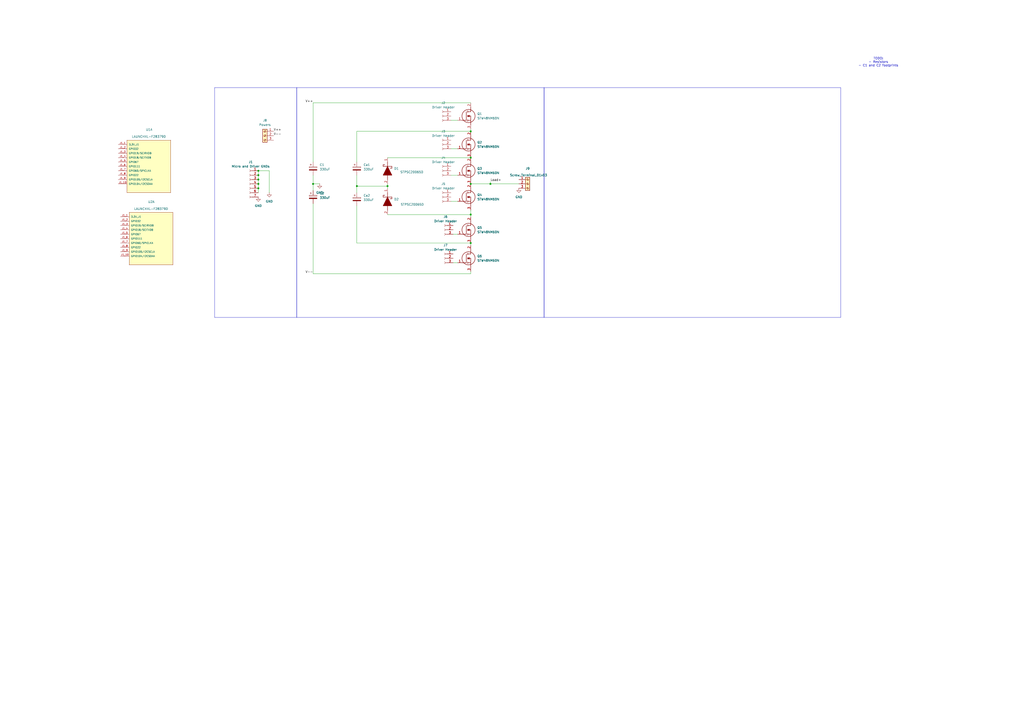
<source format=kicad_sch>
(kicad_sch
	(version 20231120)
	(generator "eeschema")
	(generator_version "8.0")
	(uuid "35cf9514-d902-40e2-b01b-4d5e1fc36010")
	(paper "A2")
	(lib_symbols
		(symbol "Connector:Conn_01x03_Socket"
			(pin_names
				(offset 1.016) hide)
			(exclude_from_sim no)
			(in_bom yes)
			(on_board yes)
			(property "Reference" "J"
				(at 0 5.08 0)
				(effects
					(font
						(size 1.27 1.27)
					)
				)
			)
			(property "Value" "Conn_01x03_Socket"
				(at 0 -5.08 0)
				(effects
					(font
						(size 1.27 1.27)
					)
				)
			)
			(property "Footprint" ""
				(at 0 0 0)
				(effects
					(font
						(size 1.27 1.27)
					)
					(hide yes)
				)
			)
			(property "Datasheet" "~"
				(at 0 0 0)
				(effects
					(font
						(size 1.27 1.27)
					)
					(hide yes)
				)
			)
			(property "Description" "Generic connector, single row, 01x03, script generated"
				(at 0 0 0)
				(effects
					(font
						(size 1.27 1.27)
					)
					(hide yes)
				)
			)
			(property "ki_locked" ""
				(at 0 0 0)
				(effects
					(font
						(size 1.27 1.27)
					)
				)
			)
			(property "ki_keywords" "connector"
				(at 0 0 0)
				(effects
					(font
						(size 1.27 1.27)
					)
					(hide yes)
				)
			)
			(property "ki_fp_filters" "Connector*:*_1x??_*"
				(at 0 0 0)
				(effects
					(font
						(size 1.27 1.27)
					)
					(hide yes)
				)
			)
			(symbol "Conn_01x03_Socket_1_1"
				(arc
					(start 0 -2.032)
					(mid -0.5058 -2.54)
					(end 0 -3.048)
					(stroke
						(width 0.1524)
						(type default)
					)
					(fill
						(type none)
					)
				)
				(polyline
					(pts
						(xy -1.27 -2.54) (xy -0.508 -2.54)
					)
					(stroke
						(width 0.1524)
						(type default)
					)
					(fill
						(type none)
					)
				)
				(polyline
					(pts
						(xy -1.27 0) (xy -0.508 0)
					)
					(stroke
						(width 0.1524)
						(type default)
					)
					(fill
						(type none)
					)
				)
				(polyline
					(pts
						(xy -1.27 2.54) (xy -0.508 2.54)
					)
					(stroke
						(width 0.1524)
						(type default)
					)
					(fill
						(type none)
					)
				)
				(arc
					(start 0 0.508)
					(mid -0.5058 0)
					(end 0 -0.508)
					(stroke
						(width 0.1524)
						(type default)
					)
					(fill
						(type none)
					)
				)
				(arc
					(start 0 3.048)
					(mid -0.5058 2.54)
					(end 0 2.032)
					(stroke
						(width 0.1524)
						(type default)
					)
					(fill
						(type none)
					)
				)
				(pin passive line
					(at -5.08 2.54 0)
					(length 3.81)
					(name "Pin_1"
						(effects
							(font
								(size 1.27 1.27)
							)
						)
					)
					(number "1"
						(effects
							(font
								(size 1.27 1.27)
							)
						)
					)
				)
				(pin passive line
					(at -5.08 0 0)
					(length 3.81)
					(name "Pin_2"
						(effects
							(font
								(size 1.27 1.27)
							)
						)
					)
					(number "2"
						(effects
							(font
								(size 1.27 1.27)
							)
						)
					)
				)
				(pin passive line
					(at -5.08 -2.54 0)
					(length 3.81)
					(name "Pin_3"
						(effects
							(font
								(size 1.27 1.27)
							)
						)
					)
					(number "3"
						(effects
							(font
								(size 1.27 1.27)
							)
						)
					)
				)
			)
		)
		(symbol "Connector:Conn_01x07_Socket"
			(pin_names
				(offset 1.016) hide)
			(exclude_from_sim no)
			(in_bom yes)
			(on_board yes)
			(property "Reference" "J"
				(at 0 10.16 0)
				(effects
					(font
						(size 1.27 1.27)
					)
				)
			)
			(property "Value" "Conn_01x07_Socket"
				(at 0 -10.16 0)
				(effects
					(font
						(size 1.27 1.27)
					)
				)
			)
			(property "Footprint" ""
				(at 0 0 0)
				(effects
					(font
						(size 1.27 1.27)
					)
					(hide yes)
				)
			)
			(property "Datasheet" "~"
				(at 0 0 0)
				(effects
					(font
						(size 1.27 1.27)
					)
					(hide yes)
				)
			)
			(property "Description" "Generic connector, single row, 01x07, script generated"
				(at 0 0 0)
				(effects
					(font
						(size 1.27 1.27)
					)
					(hide yes)
				)
			)
			(property "ki_locked" ""
				(at 0 0 0)
				(effects
					(font
						(size 1.27 1.27)
					)
				)
			)
			(property "ki_keywords" "connector"
				(at 0 0 0)
				(effects
					(font
						(size 1.27 1.27)
					)
					(hide yes)
				)
			)
			(property "ki_fp_filters" "Connector*:*_1x??_*"
				(at 0 0 0)
				(effects
					(font
						(size 1.27 1.27)
					)
					(hide yes)
				)
			)
			(symbol "Conn_01x07_Socket_1_1"
				(arc
					(start 0 -7.112)
					(mid -0.5058 -7.62)
					(end 0 -8.128)
					(stroke
						(width 0.1524)
						(type default)
					)
					(fill
						(type none)
					)
				)
				(arc
					(start 0 -4.572)
					(mid -0.5058 -5.08)
					(end 0 -5.588)
					(stroke
						(width 0.1524)
						(type default)
					)
					(fill
						(type none)
					)
				)
				(arc
					(start 0 -2.032)
					(mid -0.5058 -2.54)
					(end 0 -3.048)
					(stroke
						(width 0.1524)
						(type default)
					)
					(fill
						(type none)
					)
				)
				(polyline
					(pts
						(xy -1.27 -7.62) (xy -0.508 -7.62)
					)
					(stroke
						(width 0.1524)
						(type default)
					)
					(fill
						(type none)
					)
				)
				(polyline
					(pts
						(xy -1.27 -5.08) (xy -0.508 -5.08)
					)
					(stroke
						(width 0.1524)
						(type default)
					)
					(fill
						(type none)
					)
				)
				(polyline
					(pts
						(xy -1.27 -2.54) (xy -0.508 -2.54)
					)
					(stroke
						(width 0.1524)
						(type default)
					)
					(fill
						(type none)
					)
				)
				(polyline
					(pts
						(xy -1.27 0) (xy -0.508 0)
					)
					(stroke
						(width 0.1524)
						(type default)
					)
					(fill
						(type none)
					)
				)
				(polyline
					(pts
						(xy -1.27 2.54) (xy -0.508 2.54)
					)
					(stroke
						(width 0.1524)
						(type default)
					)
					(fill
						(type none)
					)
				)
				(polyline
					(pts
						(xy -1.27 5.08) (xy -0.508 5.08)
					)
					(stroke
						(width 0.1524)
						(type default)
					)
					(fill
						(type none)
					)
				)
				(polyline
					(pts
						(xy -1.27 7.62) (xy -0.508 7.62)
					)
					(stroke
						(width 0.1524)
						(type default)
					)
					(fill
						(type none)
					)
				)
				(arc
					(start 0 0.508)
					(mid -0.5058 0)
					(end 0 -0.508)
					(stroke
						(width 0.1524)
						(type default)
					)
					(fill
						(type none)
					)
				)
				(arc
					(start 0 3.048)
					(mid -0.5058 2.54)
					(end 0 2.032)
					(stroke
						(width 0.1524)
						(type default)
					)
					(fill
						(type none)
					)
				)
				(arc
					(start 0 5.588)
					(mid -0.5058 5.08)
					(end 0 4.572)
					(stroke
						(width 0.1524)
						(type default)
					)
					(fill
						(type none)
					)
				)
				(arc
					(start 0 8.128)
					(mid -0.5058 7.62)
					(end 0 7.112)
					(stroke
						(width 0.1524)
						(type default)
					)
					(fill
						(type none)
					)
				)
				(pin passive line
					(at -5.08 7.62 0)
					(length 3.81)
					(name "Pin_1"
						(effects
							(font
								(size 1.27 1.27)
							)
						)
					)
					(number "1"
						(effects
							(font
								(size 1.27 1.27)
							)
						)
					)
				)
				(pin passive line
					(at -5.08 5.08 0)
					(length 3.81)
					(name "Pin_2"
						(effects
							(font
								(size 1.27 1.27)
							)
						)
					)
					(number "2"
						(effects
							(font
								(size 1.27 1.27)
							)
						)
					)
				)
				(pin passive line
					(at -5.08 2.54 0)
					(length 3.81)
					(name "Pin_3"
						(effects
							(font
								(size 1.27 1.27)
							)
						)
					)
					(number "3"
						(effects
							(font
								(size 1.27 1.27)
							)
						)
					)
				)
				(pin passive line
					(at -5.08 0 0)
					(length 3.81)
					(name "Pin_4"
						(effects
							(font
								(size 1.27 1.27)
							)
						)
					)
					(number "4"
						(effects
							(font
								(size 1.27 1.27)
							)
						)
					)
				)
				(pin passive line
					(at -5.08 -2.54 0)
					(length 3.81)
					(name "Pin_5"
						(effects
							(font
								(size 1.27 1.27)
							)
						)
					)
					(number "5"
						(effects
							(font
								(size 1.27 1.27)
							)
						)
					)
				)
				(pin passive line
					(at -5.08 -5.08 0)
					(length 3.81)
					(name "Pin_6"
						(effects
							(font
								(size 1.27 1.27)
							)
						)
					)
					(number "6"
						(effects
							(font
								(size 1.27 1.27)
							)
						)
					)
				)
				(pin passive line
					(at -5.08 -7.62 0)
					(length 3.81)
					(name "Pin_7"
						(effects
							(font
								(size 1.27 1.27)
							)
						)
					)
					(number "7"
						(effects
							(font
								(size 1.27 1.27)
							)
						)
					)
				)
			)
		)
		(symbol "Connector:Screw_Terminal_01x03"
			(pin_names
				(offset 1.016) hide)
			(exclude_from_sim no)
			(in_bom yes)
			(on_board yes)
			(property "Reference" "J"
				(at 0 5.08 0)
				(effects
					(font
						(size 1.27 1.27)
					)
				)
			)
			(property "Value" "Screw_Terminal_01x03"
				(at 0 -5.08 0)
				(effects
					(font
						(size 1.27 1.27)
					)
				)
			)
			(property "Footprint" ""
				(at 0 0 0)
				(effects
					(font
						(size 1.27 1.27)
					)
					(hide yes)
				)
			)
			(property "Datasheet" "~"
				(at 0 0 0)
				(effects
					(font
						(size 1.27 1.27)
					)
					(hide yes)
				)
			)
			(property "Description" "Generic screw terminal, single row, 01x03, script generated (kicad-library-utils/schlib/autogen/connector/)"
				(at 0 0 0)
				(effects
					(font
						(size 1.27 1.27)
					)
					(hide yes)
				)
			)
			(property "ki_keywords" "screw terminal"
				(at 0 0 0)
				(effects
					(font
						(size 1.27 1.27)
					)
					(hide yes)
				)
			)
			(property "ki_fp_filters" "TerminalBlock*:*"
				(at 0 0 0)
				(effects
					(font
						(size 1.27 1.27)
					)
					(hide yes)
				)
			)
			(symbol "Screw_Terminal_01x03_1_1"
				(rectangle
					(start -1.27 3.81)
					(end 1.27 -3.81)
					(stroke
						(width 0.254)
						(type default)
					)
					(fill
						(type background)
					)
				)
				(circle
					(center 0 -2.54)
					(radius 0.635)
					(stroke
						(width 0.1524)
						(type default)
					)
					(fill
						(type none)
					)
				)
				(polyline
					(pts
						(xy -0.5334 -2.2098) (xy 0.3302 -3.048)
					)
					(stroke
						(width 0.1524)
						(type default)
					)
					(fill
						(type none)
					)
				)
				(polyline
					(pts
						(xy -0.5334 0.3302) (xy 0.3302 -0.508)
					)
					(stroke
						(width 0.1524)
						(type default)
					)
					(fill
						(type none)
					)
				)
				(polyline
					(pts
						(xy -0.5334 2.8702) (xy 0.3302 2.032)
					)
					(stroke
						(width 0.1524)
						(type default)
					)
					(fill
						(type none)
					)
				)
				(polyline
					(pts
						(xy -0.3556 -2.032) (xy 0.508 -2.8702)
					)
					(stroke
						(width 0.1524)
						(type default)
					)
					(fill
						(type none)
					)
				)
				(polyline
					(pts
						(xy -0.3556 0.508) (xy 0.508 -0.3302)
					)
					(stroke
						(width 0.1524)
						(type default)
					)
					(fill
						(type none)
					)
				)
				(polyline
					(pts
						(xy -0.3556 3.048) (xy 0.508 2.2098)
					)
					(stroke
						(width 0.1524)
						(type default)
					)
					(fill
						(type none)
					)
				)
				(circle
					(center 0 0)
					(radius 0.635)
					(stroke
						(width 0.1524)
						(type default)
					)
					(fill
						(type none)
					)
				)
				(circle
					(center 0 2.54)
					(radius 0.635)
					(stroke
						(width 0.1524)
						(type default)
					)
					(fill
						(type none)
					)
				)
				(pin passive line
					(at -5.08 2.54 0)
					(length 3.81)
					(name "Pin_1"
						(effects
							(font
								(size 1.27 1.27)
							)
						)
					)
					(number "1"
						(effects
							(font
								(size 1.27 1.27)
							)
						)
					)
				)
				(pin passive line
					(at -5.08 0 0)
					(length 3.81)
					(name "Pin_2"
						(effects
							(font
								(size 1.27 1.27)
							)
						)
					)
					(number "2"
						(effects
							(font
								(size 1.27 1.27)
							)
						)
					)
				)
				(pin passive line
					(at -5.08 -2.54 0)
					(length 3.81)
					(name "Pin_3"
						(effects
							(font
								(size 1.27 1.27)
							)
						)
					)
					(number "3"
						(effects
							(font
								(size 1.27 1.27)
							)
						)
					)
				)
			)
		)
		(symbol "Device:C_Polarized"
			(pin_numbers hide)
			(pin_names
				(offset 0.254)
			)
			(exclude_from_sim no)
			(in_bom yes)
			(on_board yes)
			(property "Reference" "C"
				(at 0.635 2.54 0)
				(effects
					(font
						(size 1.27 1.27)
					)
					(justify left)
				)
			)
			(property "Value" "C_Polarized"
				(at 0.635 -2.54 0)
				(effects
					(font
						(size 1.27 1.27)
					)
					(justify left)
				)
			)
			(property "Footprint" ""
				(at 0.9652 -3.81 0)
				(effects
					(font
						(size 1.27 1.27)
					)
					(hide yes)
				)
			)
			(property "Datasheet" "~"
				(at 0 0 0)
				(effects
					(font
						(size 1.27 1.27)
					)
					(hide yes)
				)
			)
			(property "Description" "Polarized capacitor"
				(at 0 0 0)
				(effects
					(font
						(size 1.27 1.27)
					)
					(hide yes)
				)
			)
			(property "ki_keywords" "cap capacitor"
				(at 0 0 0)
				(effects
					(font
						(size 1.27 1.27)
					)
					(hide yes)
				)
			)
			(property "ki_fp_filters" "CP_*"
				(at 0 0 0)
				(effects
					(font
						(size 1.27 1.27)
					)
					(hide yes)
				)
			)
			(symbol "C_Polarized_0_1"
				(rectangle
					(start -2.286 0.508)
					(end 2.286 1.016)
					(stroke
						(width 0)
						(type default)
					)
					(fill
						(type none)
					)
				)
				(polyline
					(pts
						(xy -1.778 2.286) (xy -0.762 2.286)
					)
					(stroke
						(width 0)
						(type default)
					)
					(fill
						(type none)
					)
				)
				(polyline
					(pts
						(xy -1.27 2.794) (xy -1.27 1.778)
					)
					(stroke
						(width 0)
						(type default)
					)
					(fill
						(type none)
					)
				)
				(rectangle
					(start 2.286 -0.508)
					(end -2.286 -1.016)
					(stroke
						(width 0)
						(type default)
					)
					(fill
						(type outline)
					)
				)
			)
			(symbol "C_Polarized_1_1"
				(pin passive line
					(at 0 3.81 270)
					(length 2.794)
					(name "~"
						(effects
							(font
								(size 1.27 1.27)
							)
						)
					)
					(number "1"
						(effects
							(font
								(size 1.27 1.27)
							)
						)
					)
				)
				(pin passive line
					(at 0 -3.81 90)
					(length 2.794)
					(name "~"
						(effects
							(font
								(size 1.27 1.27)
							)
						)
					)
					(number "2"
						(effects
							(font
								(size 1.27 1.27)
							)
						)
					)
				)
			)
		)
		(symbol "LAUNCHXL-F28379D:LAUNCHXL-F28379D"
			(pin_names
				(offset 1.016)
			)
			(exclude_from_sim no)
			(in_bom yes)
			(on_board yes)
			(property "Reference" "U"
				(at -12.2428 15.9258 0)
				(effects
					(font
						(size 1.27 1.27)
					)
					(justify left bottom)
				)
			)
			(property "Value" "LAUNCHXL-F28379D"
				(at -12.7 -17.272 0)
				(effects
					(font
						(size 1.27 1.27)
					)
					(justify left bottom)
				)
			)
			(property "Footprint" "LAUNCHXL-F28379D:MOD_LAUNCHXL-F28379D"
				(at 0 0 0)
				(effects
					(font
						(size 1.27 1.27)
					)
					(justify bottom)
					(hide yes)
				)
			)
			(property "Datasheet" ""
				(at 0 0 0)
				(effects
					(font
						(size 1.27 1.27)
					)
					(hide yes)
				)
			)
			(property "Description" ""
				(at 0 0 0)
				(effects
					(font
						(size 1.27 1.27)
					)
					(hide yes)
				)
			)
			(property "MF" "Texas Instruments"
				(at 0 0 0)
				(effects
					(font
						(size 1.27 1.27)
					)
					(justify bottom)
					(hide yes)
				)
			)
			(property "Description_1" "\nC2000 Delfino MCU F28379D LaunchPad™ development kit\n"
				(at 0 0 0)
				(effects
					(font
						(size 1.27 1.27)
					)
					(justify bottom)
					(hide yes)
				)
			)
			(property "Package" "None"
				(at 0 0 0)
				(effects
					(font
						(size 1.27 1.27)
					)
					(justify bottom)
					(hide yes)
				)
			)
			(property "Price" "None"
				(at 0 0 0)
				(effects
					(font
						(size 1.27 1.27)
					)
					(justify bottom)
					(hide yes)
				)
			)
			(property "Check_prices" "https://www.snapeda.com/parts/LAUNCHXL-F28379D/Texas+Instruments/view-part/?ref=eda"
				(at 0 0 0)
				(effects
					(font
						(size 1.27 1.27)
					)
					(justify bottom)
					(hide yes)
				)
			)
			(property "STANDARD" "Manufacturer Recommendations"
				(at 0 0 0)
				(effects
					(font
						(size 1.27 1.27)
					)
					(justify bottom)
					(hide yes)
				)
			)
			(property "PARTREV" "2.0"
				(at 0 0 0)
				(effects
					(font
						(size 1.27 1.27)
					)
					(justify bottom)
					(hide yes)
				)
			)
			(property "SnapEDA_Link" "https://www.snapeda.com/parts/LAUNCHXL-F28379D/Texas+Instruments/view-part/?ref=snap"
				(at 0 0 0)
				(effects
					(font
						(size 1.27 1.27)
					)
					(justify bottom)
					(hide yes)
				)
			)
			(property "MP" "LAUNCHXL-F28379D"
				(at 0 0 0)
				(effects
					(font
						(size 1.27 1.27)
					)
					(justify bottom)
					(hide yes)
				)
			)
			(property "Purchase-URL" "https://www.snapeda.com/api/url_track_click_mouser/?unipart_id=702349&manufacturer=Texas Instruments&part_name=LAUNCHXL-F28379D&search_term=None"
				(at 0 0 0)
				(effects
					(font
						(size 1.27 1.27)
					)
					(justify bottom)
					(hide yes)
				)
			)
			(property "Availability" "In Stock"
				(at 0 0 0)
				(effects
					(font
						(size 1.27 1.27)
					)
					(justify bottom)
					(hide yes)
				)
			)
			(property "MANUFACTURER" "Texas Instruments"
				(at 0 0 0)
				(effects
					(font
						(size 1.27 1.27)
					)
					(justify bottom)
					(hide yes)
				)
			)
			(symbol "LAUNCHXL-F28379D_1_0"
				(rectangle
					(start -12.7 -15.24)
					(end 12.7 15.24)
					(stroke
						(width 0.1524)
						(type default)
					)
					(fill
						(type background)
					)
				)
				(pin power_in line
					(at -17.78 12.7 0)
					(length 5.08)
					(name "3.3V_J1"
						(effects
							(font
								(size 1.016 1.016)
							)
						)
					)
					(number "J1_1"
						(effects
							(font
								(size 1.016 1.016)
							)
						)
					)
				)
				(pin bidirectional line
					(at -17.78 -10.16 0)
					(length 5.08)
					(name "GPIO104/I2CSDAA"
						(effects
							(font
								(size 1.016 1.016)
							)
						)
					)
					(number "J1_10"
						(effects
							(font
								(size 1.016 1.016)
							)
						)
					)
				)
				(pin bidirectional line
					(at -17.78 10.16 0)
					(length 5.08)
					(name "GPIO32"
						(effects
							(font
								(size 1.016 1.016)
							)
						)
					)
					(number "J1_2"
						(effects
							(font
								(size 1.016 1.016)
							)
						)
					)
				)
				(pin bidirectional line
					(at -17.78 7.62 0)
					(length 5.08)
					(name "GPIO19/SCIRXDB"
						(effects
							(font
								(size 1.016 1.016)
							)
						)
					)
					(number "J1_3"
						(effects
							(font
								(size 1.016 1.016)
							)
						)
					)
				)
				(pin bidirectional line
					(at -17.78 5.08 0)
					(length 5.08)
					(name "GPIO18/SCITXDB"
						(effects
							(font
								(size 1.016 1.016)
							)
						)
					)
					(number "J1_4"
						(effects
							(font
								(size 1.016 1.016)
							)
						)
					)
				)
				(pin bidirectional line
					(at -17.78 2.54 0)
					(length 5.08)
					(name "GPIO67"
						(effects
							(font
								(size 1.016 1.016)
							)
						)
					)
					(number "J1_5"
						(effects
							(font
								(size 1.016 1.016)
							)
						)
					)
				)
				(pin bidirectional line
					(at -17.78 0 0)
					(length 5.08)
					(name "GPIO111"
						(effects
							(font
								(size 1.016 1.016)
							)
						)
					)
					(number "J1_6"
						(effects
							(font
								(size 1.016 1.016)
							)
						)
					)
				)
				(pin bidirectional line
					(at -17.78 -2.54 0)
					(length 5.08)
					(name "GPIO60/SPICLKA"
						(effects
							(font
								(size 1.016 1.016)
							)
						)
					)
					(number "J1_7"
						(effects
							(font
								(size 1.016 1.016)
							)
						)
					)
				)
				(pin bidirectional line
					(at -17.78 -5.08 0)
					(length 5.08)
					(name "GPIO22"
						(effects
							(font
								(size 1.016 1.016)
							)
						)
					)
					(number "J1_8"
						(effects
							(font
								(size 1.016 1.016)
							)
						)
					)
				)
				(pin bidirectional line
					(at -17.78 -7.62 0)
					(length 5.08)
					(name "GPIO105/I2CSCLA"
						(effects
							(font
								(size 1.016 1.016)
							)
						)
					)
					(number "J1_9"
						(effects
							(font
								(size 1.016 1.016)
							)
						)
					)
				)
			)
			(symbol "LAUNCHXL-F28379D_2_0"
				(rectangle
					(start -12.7 -12.7)
					(end 12.7 15.24)
					(stroke
						(width 0.1524)
						(type default)
					)
					(fill
						(type background)
					)
				)
				(pin bidirectional line
					(at -17.78 -10.16 0)
					(length 5.08)
					(name "GPIO29/OPXBAR6"
						(effects
							(font
								(size 1.016 1.016)
							)
						)
					)
					(number "J2_1"
						(effects
							(font
								(size 1.016 1.016)
							)
						)
					)
				)
				(pin power_in line
					(at -17.78 12.7 0)
					(length 5.08)
					(name "GND_J2"
						(effects
							(font
								(size 1.016 1.016)
							)
						)
					)
					(number "J2_10"
						(effects
							(font
								(size 1.016 1.016)
							)
						)
					)
				)
				(pin bidirectional line
					(at -17.78 -7.62 0)
					(length 5.08)
					(name "GPIO125/SD1CLK2"
						(effects
							(font
								(size 1.016 1.016)
							)
						)
					)
					(number "J2_2"
						(effects
							(font
								(size 1.016 1.016)
							)
						)
					)
				)
				(pin bidirectional line
					(at -17.78 -5.08 0)
					(length 5.08)
					(name "GPIO124/SD1D2"
						(effects
							(font
								(size 1.016 1.016)
							)
						)
					)
					(number "J2_3"
						(effects
							(font
								(size 1.016 1.016)
							)
						)
					)
				)
				(pin bidirectional line
					(at -17.78 -2.54 0)
					(length 5.08)
					(name "GPIO59/SPIAMISO"
						(effects
							(font
								(size 1.016 1.016)
							)
						)
					)
					(number "J2_4"
						(effects
							(font
								(size 1.016 1.016)
							)
						)
					)
				)
				(pin bidirectional line
					(at -17.78 0 0)
					(length 5.08)
					(name "GPIO58/SPIAMOSI"
						(effects
							(font
								(size 1.016 1.016)
							)
						)
					)
					(number "J2_5"
						(effects
							(font
								(size 1.016 1.016)
							)
						)
					)
				)
				(pin bidirectional line
					(at -17.78 2.54 0)
					(length 5.08)
					(name "~{RESET_J2}"
						(effects
							(font
								(size 1.016 1.016)
							)
						)
					)
					(number "J2_6"
						(effects
							(font
								(size 1.016 1.016)
							)
						)
					)
				)
				(pin bidirectional line
					(at -17.78 5.08 0)
					(length 5.08)
					(name "GPIO122/SD1D1"
						(effects
							(font
								(size 1.016 1.016)
							)
						)
					)
					(number "J2_7"
						(effects
							(font
								(size 1.016 1.016)
							)
						)
					)
				)
				(pin bidirectional line
					(at -17.78 7.62 0)
					(length 5.08)
					(name "GPIO123/SD1CLK1"
						(effects
							(font
								(size 1.016 1.016)
							)
						)
					)
					(number "J2_8"
						(effects
							(font
								(size 1.016 1.016)
							)
						)
					)
				)
				(pin bidirectional line
					(at -17.78 10.16 0)
					(length 5.08)
					(name "GPIO61/SPIACS"
						(effects
							(font
								(size 1.016 1.016)
							)
						)
					)
					(number "J2_9"
						(effects
							(font
								(size 1.016 1.016)
							)
						)
					)
				)
			)
			(symbol "LAUNCHXL-F28379D_3_0"
				(rectangle
					(start -15.24 -15.24)
					(end 15.24 15.24)
					(stroke
						(width 0.1524)
						(type default)
					)
					(fill
						(type background)
					)
				)
				(pin power_in line
					(at -20.32 12.7 0)
					(length 5.08)
					(name "+5V_J3"
						(effects
							(font
								(size 1.016 1.016)
							)
						)
					)
					(number "J3_1"
						(effects
							(font
								(size 1.016 1.016)
							)
						)
					)
				)
				(pin bidirectional line
					(at -20.32 -10.16 0)
					(length 5.08)
					(name "ADCINA0/ANALOGIN(DACA)"
						(effects
							(font
								(size 1.016 1.016)
							)
						)
					)
					(number "J3_10"
						(effects
							(font
								(size 1.016 1.016)
							)
						)
					)
				)
				(pin power_in line
					(at -20.32 10.16 0)
					(length 5.08)
					(name "GND_J3"
						(effects
							(font
								(size 1.016 1.016)
							)
						)
					)
					(number "J3_2"
						(effects
							(font
								(size 1.016 1.016)
							)
						)
					)
				)
				(pin bidirectional line
					(at -20.32 7.62 0)
					(length 5.08)
					(name "ADCIN14/ANALOGIN"
						(effects
							(font
								(size 1.016 1.016)
							)
						)
					)
					(number "J3_3"
						(effects
							(font
								(size 1.016 1.016)
							)
						)
					)
				)
				(pin bidirectional line
					(at -20.32 5.08 0)
					(length 5.08)
					(name "ADCINC3/ANALOGIN"
						(effects
							(font
								(size 1.016 1.016)
							)
						)
					)
					(number "J3_4"
						(effects
							(font
								(size 1.016 1.016)
							)
						)
					)
				)
				(pin bidirectional line
					(at -20.32 2.54 0)
					(length 5.08)
					(name "ADCINB3/ANALOGIN"
						(effects
							(font
								(size 1.016 1.016)
							)
						)
					)
					(number "J3_5"
						(effects
							(font
								(size 1.016 1.016)
							)
						)
					)
				)
				(pin bidirectional line
					(at -20.32 0 0)
					(length 5.08)
					(name "ADCINA3/ANALOGIN"
						(effects
							(font
								(size 1.016 1.016)
							)
						)
					)
					(number "J3_6"
						(effects
							(font
								(size 1.016 1.016)
							)
						)
					)
				)
				(pin bidirectional line
					(at -20.32 -2.54 0)
					(length 5.08)
					(name "ADCINC2/ANALOGIN"
						(effects
							(font
								(size 1.016 1.016)
							)
						)
					)
					(number "J3_7"
						(effects
							(font
								(size 1.016 1.016)
							)
						)
					)
				)
				(pin bidirectional line
					(at -20.32 -5.08 0)
					(length 5.08)
					(name "ADCINB2/ANALOGIN"
						(effects
							(font
								(size 1.016 1.016)
							)
						)
					)
					(number "J3_8"
						(effects
							(font
								(size 1.016 1.016)
							)
						)
					)
				)
				(pin bidirectional line
					(at -20.32 -7.62 0)
					(length 5.08)
					(name "ADCINA2/ANALOGIN"
						(effects
							(font
								(size 1.016 1.016)
							)
						)
					)
					(number "J3_9"
						(effects
							(font
								(size 1.016 1.016)
							)
						)
					)
				)
			)
			(symbol "LAUNCHXL-F28379D_4_0"
				(rectangle
					(start -15.24 -15.24)
					(end 15.24 15.24)
					(stroke
						(width 0.1524)
						(type default)
					)
					(fill
						(type background)
					)
				)
				(pin bidirectional line
					(at -20.32 -10.16 0)
					(length 5.08)
					(name "PWM/BASED/DAC2"
						(effects
							(font
								(size 1.016 1.016)
							)
						)
					)
					(number "J4_1"
						(effects
							(font
								(size 1.016 1.016)
							)
						)
					)
				)
				(pin bidirectional line
					(at -20.32 12.7 0)
					(length 5.08)
					(name "GPIO0/PWMOUT1A"
						(effects
							(font
								(size 1.016 1.016)
							)
						)
					)
					(number "J4_10"
						(effects
							(font
								(size 1.016 1.016)
							)
						)
					)
				)
				(pin bidirectional line
					(at -20.32 -7.62 0)
					(length 5.08)
					(name "PWM/BASED/DAC1"
						(effects
							(font
								(size 1.016 1.016)
							)
						)
					)
					(number "J4_2"
						(effects
							(font
								(size 1.016 1.016)
							)
						)
					)
				)
				(pin bidirectional line
					(at -20.32 -5.08 0)
					(length 5.08)
					(name "GPIO16/OPXBAR7"
						(effects
							(font
								(size 1.016 1.016)
							)
						)
					)
					(number "J4_3"
						(effects
							(font
								(size 1.016 1.016)
							)
						)
					)
				)
				(pin bidirectional line
					(at -20.32 -2.54 0)
					(length 5.08)
					(name "GPIO24/OPXBAR1"
						(effects
							(font
								(size 1.016 1.016)
							)
						)
					)
					(number "J4_4"
						(effects
							(font
								(size 1.016 1.016)
							)
						)
					)
				)
				(pin bidirectional line
					(at -20.32 0 0)
					(length 5.08)
					(name "GPIO5/PWMOUT3B"
						(effects
							(font
								(size 1.016 1.016)
							)
						)
					)
					(number "J4_5"
						(effects
							(font
								(size 1.016 1.016)
							)
						)
					)
				)
				(pin bidirectional line
					(at -20.32 2.54 0)
					(length 5.08)
					(name "GPIO4/PWMOUT3A"
						(effects
							(font
								(size 1.016 1.016)
							)
						)
					)
					(number "J4_6"
						(effects
							(font
								(size 1.016 1.016)
							)
						)
					)
				)
				(pin bidirectional line
					(at -20.32 5.08 0)
					(length 5.08)
					(name "GPIO3/PWMOUT2B"
						(effects
							(font
								(size 1.016 1.016)
							)
						)
					)
					(number "J4_7"
						(effects
							(font
								(size 1.016 1.016)
							)
						)
					)
				)
				(pin bidirectional line
					(at -20.32 7.62 0)
					(length 5.08)
					(name "GPIO2//PWMOUT2A"
						(effects
							(font
								(size 1.016 1.016)
							)
						)
					)
					(number "J4_8"
						(effects
							(font
								(size 1.016 1.016)
							)
						)
					)
				)
				(pin bidirectional line
					(at -20.32 10.16 0)
					(length 5.08)
					(name "GPIO1/PWMOUT1B"
						(effects
							(font
								(size 1.016 1.016)
							)
						)
					)
					(number "J4_9"
						(effects
							(font
								(size 1.016 1.016)
							)
						)
					)
				)
			)
			(symbol "LAUNCHXL-F28379D_5_0"
				(rectangle
					(start -15.24 -15.24)
					(end 15.24 15.24)
					(stroke
						(width 0.1524)
						(type default)
					)
					(fill
						(type background)
					)
				)
				(pin power_in line
					(at -20.32 12.7 0)
					(length 5.08)
					(name "3.3V_J5"
						(effects
							(font
								(size 1.016 1.016)
							)
						)
					)
					(number "J5_1"
						(effects
							(font
								(size 1.016 1.016)
							)
						)
					)
				)
				(pin bidirectional line
					(at -20.32 -10.16 0)
					(length 5.08)
					(name "GPIO40/I2CSDAB/J5"
						(effects
							(font
								(size 1.016 1.016)
							)
						)
					)
					(number "J5_10"
						(effects
							(font
								(size 1.016 1.016)
							)
						)
					)
				)
				(pin bidirectional line
					(at -20.32 10.16 0)
					(length 5.08)
					(name "GPIO95"
						(effects
							(font
								(size 1.016 1.016)
							)
						)
					)
					(number "J5_2"
						(effects
							(font
								(size 1.016 1.016)
							)
						)
					)
				)
				(pin bidirectional line
					(at -20.32 7.62 0)
					(length 5.08)
					(name "GPIO139/SCICRX"
						(effects
							(font
								(size 1.016 1.016)
							)
						)
					)
					(number "J5_3"
						(effects
							(font
								(size 1.016 1.016)
							)
						)
					)
				)
				(pin bidirectional line
					(at -20.32 5.08 0)
					(length 5.08)
					(name "GPIO56/SCICIX"
						(effects
							(font
								(size 1.016 1.016)
							)
						)
					)
					(number "J5_4"
						(effects
							(font
								(size 1.016 1.016)
							)
						)
					)
				)
				(pin bidirectional line
					(at -20.32 2.54 0)
					(length 5.08)
					(name "GPIO97"
						(effects
							(font
								(size 1.016 1.016)
							)
						)
					)
					(number "J5_5"
						(effects
							(font
								(size 1.016 1.016)
							)
						)
					)
				)
				(pin bidirectional line
					(at -20.32 0 0)
					(length 5.08)
					(name "GPIO94"
						(effects
							(font
								(size 1.016 1.016)
							)
						)
					)
					(number "J5_6"
						(effects
							(font
								(size 1.016 1.016)
							)
						)
					)
				)
				(pin bidirectional line
					(at -20.32 -2.54 0)
					(length 5.08)
					(name "GPIO65/SPIBCLK"
						(effects
							(font
								(size 1.016 1.016)
							)
						)
					)
					(number "J5_7"
						(effects
							(font
								(size 1.016 1.016)
							)
						)
					)
				)
				(pin bidirectional line
					(at -20.32 -5.08 0)
					(length 5.08)
					(name "GPIO52"
						(effects
							(font
								(size 1.016 1.016)
							)
						)
					)
					(number "J5_8"
						(effects
							(font
								(size 1.016 1.016)
							)
						)
					)
				)
				(pin bidirectional line
					(at -20.32 -7.62 0)
					(length 5.08)
					(name "GPIO41/I2CSCLB/J5"
						(effects
							(font
								(size 1.016 1.016)
							)
						)
					)
					(number "J5_9"
						(effects
							(font
								(size 1.016 1.016)
							)
						)
					)
				)
			)
			(symbol "LAUNCHXL-F28379D_6_0"
				(rectangle
					(start -15.24 -15.24)
					(end 15.24 15.24)
					(stroke
						(width 0.1524)
						(type default)
					)
					(fill
						(type background)
					)
				)
				(pin bidirectional line
					(at -20.32 -10.16 0)
					(length 5.08)
					(name "GPIO25/OPXBAR2"
						(effects
							(font
								(size 1.016 1.016)
							)
						)
					)
					(number "J6_1"
						(effects
							(font
								(size 1.016 1.016)
							)
						)
					)
				)
				(pin power_in line
					(at -20.32 12.7 0)
					(length 5.08)
					(name "GND_J6"
						(effects
							(font
								(size 1.016 1.016)
							)
						)
					)
					(number "J6_10"
						(effects
							(font
								(size 1.016 1.016)
							)
						)
					)
				)
				(pin bidirectional line
					(at -20.32 -7.62 0)
					(length 5.08)
					(name "GPIO27/SD2CLK2"
						(effects
							(font
								(size 1.016 1.016)
							)
						)
					)
					(number "J6_2"
						(effects
							(font
								(size 1.016 1.016)
							)
						)
					)
				)
				(pin bidirectional line
					(at -20.32 -5.08 0)
					(length 5.08)
					(name "GPIO26/SD2D2"
						(effects
							(font
								(size 1.016 1.016)
							)
						)
					)
					(number "J6_3"
						(effects
							(font
								(size 1.016 1.016)
							)
						)
					)
				)
				(pin bidirectional line
					(at -20.32 -2.54 0)
					(length 5.08)
					(name "GPIO64/SPIBMISO"
						(effects
							(font
								(size 1.016 1.016)
							)
						)
					)
					(number "J6_4"
						(effects
							(font
								(size 1.016 1.016)
							)
						)
					)
				)
				(pin bidirectional line
					(at -20.32 0 0)
					(length 5.08)
					(name "GPIO63/SPIBMOSI"
						(effects
							(font
								(size 1.016 1.016)
							)
						)
					)
					(number "J6_5"
						(effects
							(font
								(size 1.016 1.016)
							)
						)
					)
				)
				(pin bidirectional line
					(at -20.32 2.54 0)
					(length 5.08)
					(name "~{RESET_J6}"
						(effects
							(font
								(size 1.016 1.016)
							)
						)
					)
					(number "J6_6"
						(effects
							(font
								(size 1.016 1.016)
							)
						)
					)
				)
				(pin bidirectional line
					(at -20.32 5.08 0)
					(length 5.08)
					(name "GPIO130/SD2D1"
						(effects
							(font
								(size 1.016 1.016)
							)
						)
					)
					(number "J6_7"
						(effects
							(font
								(size 1.016 1.016)
							)
						)
					)
				)
				(pin bidirectional line
					(at -20.32 7.62 0)
					(length 5.08)
					(name "GPIO131/SD2CLK1"
						(effects
							(font
								(size 1.016 1.016)
							)
						)
					)
					(number "J6_8"
						(effects
							(font
								(size 1.016 1.016)
							)
						)
					)
				)
				(pin bidirectional line
					(at -20.32 10.16 0)
					(length 5.08)
					(name "GPIO66/SPIBCS"
						(effects
							(font
								(size 1.016 1.016)
							)
						)
					)
					(number "J6_9"
						(effects
							(font
								(size 1.016 1.016)
							)
						)
					)
				)
			)
			(symbol "LAUNCHXL-F28379D_7_0"
				(rectangle
					(start -15.24 -15.24)
					(end 15.24 15.24)
					(stroke
						(width 0.1524)
						(type default)
					)
					(fill
						(type background)
					)
				)
				(pin power_in line
					(at -20.32 12.7 0)
					(length 5.08)
					(name "+5V_J7"
						(effects
							(font
								(size 1.016 1.016)
							)
						)
					)
					(number "J7_1"
						(effects
							(font
								(size 1.016 1.016)
							)
						)
					)
				)
				(pin bidirectional line
					(at -20.32 -10.16 0)
					(length 5.08)
					(name "ADCINA1/ANALOGIN(DACB)"
						(effects
							(font
								(size 1.016 1.016)
							)
						)
					)
					(number "J7_10"
						(effects
							(font
								(size 1.016 1.016)
							)
						)
					)
				)
				(pin power_in line
					(at -20.32 10.16 0)
					(length 5.08)
					(name "GND_J7"
						(effects
							(font
								(size 1.016 1.016)
							)
						)
					)
					(number "J7_2"
						(effects
							(font
								(size 1.016 1.016)
							)
						)
					)
				)
				(pin bidirectional line
					(at -20.32 7.62 0)
					(length 5.08)
					(name "ADCIN15/ANALOGIN"
						(effects
							(font
								(size 1.016 1.016)
							)
						)
					)
					(number "J7_3"
						(effects
							(font
								(size 1.016 1.016)
							)
						)
					)
				)
				(pin bidirectional line
					(at -20.32 5.08 0)
					(length 5.08)
					(name "ADCINC5/ANALOGIN"
						(effects
							(font
								(size 1.016 1.016)
							)
						)
					)
					(number "J7_4"
						(effects
							(font
								(size 1.016 1.016)
							)
						)
					)
				)
				(pin bidirectional line
					(at -20.32 2.54 0)
					(length 5.08)
					(name "ADCINB5/ANALOGIN"
						(effects
							(font
								(size 1.016 1.016)
							)
						)
					)
					(number "J7_5"
						(effects
							(font
								(size 1.016 1.016)
							)
						)
					)
				)
				(pin bidirectional line
					(at -20.32 0 0)
					(length 5.08)
					(name "ADCINA5/ANALOGIN"
						(effects
							(font
								(size 1.016 1.016)
							)
						)
					)
					(number "J7_6"
						(effects
							(font
								(size 1.016 1.016)
							)
						)
					)
				)
				(pin bidirectional line
					(at -20.32 -2.54 0)
					(length 5.08)
					(name "ADCINC4/ANALOGIN"
						(effects
							(font
								(size 1.016 1.016)
							)
						)
					)
					(number "J7_7"
						(effects
							(font
								(size 1.016 1.016)
							)
						)
					)
				)
				(pin bidirectional line
					(at -20.32 -5.08 0)
					(length 5.08)
					(name "ADCINB4/ANALOGIN"
						(effects
							(font
								(size 1.016 1.016)
							)
						)
					)
					(number "J7_8"
						(effects
							(font
								(size 1.016 1.016)
							)
						)
					)
				)
				(pin bidirectional line
					(at -20.32 -7.62 0)
					(length 5.08)
					(name "ADCINA4/ANALOGIN"
						(effects
							(font
								(size 1.016 1.016)
							)
						)
					)
					(number "J7_9"
						(effects
							(font
								(size 1.016 1.016)
							)
						)
					)
				)
			)
			(symbol "LAUNCHXL-F28379D_8_0"
				(rectangle
					(start -15.24 -15.24)
					(end 15.24 15.24)
					(stroke
						(width 0.1524)
						(type default)
					)
					(fill
						(type background)
					)
				)
				(pin bidirectional line
					(at -20.32 -10.16 0)
					(length 5.08)
					(name "PWM/BASED/DAC4"
						(effects
							(font
								(size 1.016 1.016)
							)
						)
					)
					(number "J8_1"
						(effects
							(font
								(size 1.016 1.016)
							)
						)
					)
				)
				(pin bidirectional line
					(at -20.32 12.7 0)
					(length 5.08)
					(name "GPIO6/PWMOUT4A"
						(effects
							(font
								(size 1.016 1.016)
							)
						)
					)
					(number "J8_10"
						(effects
							(font
								(size 1.016 1.016)
							)
						)
					)
				)
				(pin bidirectional line
					(at -20.32 -7.62 0)
					(length 5.08)
					(name "PWM/BASED/DAC3"
						(effects
							(font
								(size 1.016 1.016)
							)
						)
					)
					(number "J8_2"
						(effects
							(font
								(size 1.016 1.016)
							)
						)
					)
				)
				(pin bidirectional line
					(at -20.32 -5.08 0)
					(length 5.08)
					(name "GPIO15/OPXBAR4"
						(effects
							(font
								(size 1.016 1.016)
							)
						)
					)
					(number "J8_3"
						(effects
							(font
								(size 1.016 1.016)
							)
						)
					)
				)
				(pin bidirectional line
					(at -20.32 -2.54 0)
					(length 5.08)
					(name "GPIO14/OPXBAR3"
						(effects
							(font
								(size 1.016 1.016)
							)
						)
					)
					(number "J8_4"
						(effects
							(font
								(size 1.016 1.016)
							)
						)
					)
				)
				(pin bidirectional line
					(at -20.32 0 0)
					(length 5.08)
					(name "GPIO11/PWMOUT6B"
						(effects
							(font
								(size 1.016 1.016)
							)
						)
					)
					(number "J8_5"
						(effects
							(font
								(size 1.016 1.016)
							)
						)
					)
				)
				(pin bidirectional line
					(at -20.32 2.54 0)
					(length 5.08)
					(name "GPIO10/PWMOUT6A"
						(effects
							(font
								(size 1.016 1.016)
							)
						)
					)
					(number "J8_6"
						(effects
							(font
								(size 1.016 1.016)
							)
						)
					)
				)
				(pin bidirectional line
					(at -20.32 5.08 0)
					(length 5.08)
					(name "GPIO9/PWMOUT5B"
						(effects
							(font
								(size 1.016 1.016)
							)
						)
					)
					(number "J8_7"
						(effects
							(font
								(size 1.016 1.016)
							)
						)
					)
				)
				(pin bidirectional line
					(at -20.32 7.62 0)
					(length 5.08)
					(name "GPIO8/PWMOUT5A"
						(effects
							(font
								(size 1.016 1.016)
							)
						)
					)
					(number "J8_8"
						(effects
							(font
								(size 1.016 1.016)
							)
						)
					)
				)
				(pin bidirectional line
					(at -20.32 10.16 0)
					(length 5.08)
					(name "GPIO7/PWMOUT4B"
						(effects
							(font
								(size 1.016 1.016)
							)
						)
					)
					(number "J8_9"
						(effects
							(font
								(size 1.016 1.016)
							)
						)
					)
				)
			)
			(symbol "LAUNCHXL-F28379D_9_0"
				(rectangle
					(start -7.62 -5.08)
					(end 7.62 2.54)
					(stroke
						(width 0.1524)
						(type default)
					)
					(fill
						(type background)
					)
				)
				(pin power_in line
					(at -12.7 0 0)
					(length 5.08)
					(name "+3V_J10"
						(effects
							(font
								(size 1.016 1.016)
							)
						)
					)
					(number "J10_1"
						(effects
							(font
								(size 1.016 1.016)
							)
						)
					)
				)
				(pin power_in line
					(at -12.7 -2.54 0)
					(length 5.08)
					(name "GND_J10"
						(effects
							(font
								(size 1.016 1.016)
							)
						)
					)
					(number "J10_2"
						(effects
							(font
								(size 1.016 1.016)
							)
						)
					)
				)
				(pin power_in line
					(at -12.7 -2.54 0)
					(length 5.08)
					(name "GND_J10"
						(effects
							(font
								(size 1.016 1.016)
							)
						)
					)
					(number "J10_3"
						(effects
							(font
								(size 1.016 1.016)
							)
						)
					)
				)
			)
			(symbol "LAUNCHXL-F28379D_10_0"
				(rectangle
					(start -7.62 -5.08)
					(end 7.62 5.08)
					(stroke
						(width 0.1524)
						(type default)
					)
					(fill
						(type background)
					)
				)
				(pin bidirectional line
					(at -12.7 2.54 0)
					(length 5.08)
					(name "CANH"
						(effects
							(font
								(size 1.016 1.016)
							)
						)
					)
					(number "J12_1"
						(effects
							(font
								(size 1.016 1.016)
							)
						)
					)
				)
				(pin bidirectional line
					(at -12.7 0 0)
					(length 5.08)
					(name "CANL"
						(effects
							(font
								(size 1.016 1.016)
							)
						)
					)
					(number "J12_2"
						(effects
							(font
								(size 1.016 1.016)
							)
						)
					)
				)
				(pin power_in line
					(at -12.7 -2.54 0)
					(length 5.08)
					(name "GND_J12"
						(effects
							(font
								(size 1.016 1.016)
							)
						)
					)
					(number "J12_3"
						(effects
							(font
								(size 1.016 1.016)
							)
						)
					)
				)
			)
			(symbol "LAUNCHXL-F28379D_11_0"
				(rectangle
					(start -7.62 -7.62)
					(end 7.62 7.62)
					(stroke
						(width 0.1524)
						(type default)
					)
					(fill
						(type background)
					)
				)
				(pin bidirectional line
					(at -12.7 5.08 0)
					(length 5.08)
					(name "EQEP1A"
						(effects
							(font
								(size 1.016 1.016)
							)
						)
					)
					(number "J14_1"
						(effects
							(font
								(size 1.016 1.016)
							)
						)
					)
				)
				(pin bidirectional line
					(at -12.7 2.54 0)
					(length 5.08)
					(name "EQEP1B"
						(effects
							(font
								(size 1.016 1.016)
							)
						)
					)
					(number "J14_2"
						(effects
							(font
								(size 1.016 1.016)
							)
						)
					)
				)
				(pin bidirectional line
					(at -12.7 0 0)
					(length 5.08)
					(name "EQEP1I"
						(effects
							(font
								(size 1.016 1.016)
							)
						)
					)
					(number "J14_3"
						(effects
							(font
								(size 1.016 1.016)
							)
						)
					)
				)
				(pin power_in line
					(at -12.7 -2.54 0)
					(length 5.08)
					(name "+5V_J14"
						(effects
							(font
								(size 1.016 1.016)
							)
						)
					)
					(number "J14_4"
						(effects
							(font
								(size 1.016 1.016)
							)
						)
					)
				)
				(pin power_in line
					(at -12.7 -5.08 0)
					(length 5.08)
					(name "GND_J14"
						(effects
							(font
								(size 1.016 1.016)
							)
						)
					)
					(number "J14_5"
						(effects
							(font
								(size 1.016 1.016)
							)
						)
					)
				)
			)
			(symbol "LAUNCHXL-F28379D_12_0"
				(rectangle
					(start -7.62 -7.62)
					(end 7.62 7.62)
					(stroke
						(width 0.1524)
						(type default)
					)
					(fill
						(type background)
					)
				)
				(pin bidirectional line
					(at -12.7 5.08 0)
					(length 5.08)
					(name "EQEP2A"
						(effects
							(font
								(size 1.016 1.016)
							)
						)
					)
					(number "J15_1"
						(effects
							(font
								(size 1.016 1.016)
							)
						)
					)
				)
				(pin bidirectional line
					(at -12.7 2.54 0)
					(length 5.08)
					(name "EQEP2B"
						(effects
							(font
								(size 1.016 1.016)
							)
						)
					)
					(number "J15_2"
						(effects
							(font
								(size 1.016 1.016)
							)
						)
					)
				)
				(pin bidirectional line
					(at -12.7 0 0)
					(length 5.08)
					(name "EQEP2I"
						(effects
							(font
								(size 1.016 1.016)
							)
						)
					)
					(number "J15_3"
						(effects
							(font
								(size 1.016 1.016)
							)
						)
					)
				)
				(pin power_in line
					(at -12.7 -2.54 0)
					(length 5.08)
					(name "+5V_J15"
						(effects
							(font
								(size 1.016 1.016)
							)
						)
					)
					(number "J15_4"
						(effects
							(font
								(size 1.016 1.016)
							)
						)
					)
				)
				(pin power_in line
					(at -12.7 -5.08 0)
					(length 5.08)
					(name "GND_J15"
						(effects
							(font
								(size 1.016 1.016)
							)
						)
					)
					(number "J15_5"
						(effects
							(font
								(size 1.016 1.016)
							)
						)
					)
				)
			)
			(symbol "LAUNCHXL-F28379D_13_0"
				(rectangle
					(start -15.24 -7.62)
					(end 15.24 5.08)
					(stroke
						(width 0.1524)
						(type default)
					)
					(fill
						(type background)
					)
				)
				(pin input line
					(at -20.32 2.54 0)
					(length 5.08)
					(name "ADCIND0"
						(effects
							(font
								(size 1.016 1.016)
							)
						)
					)
					(number "J21_1"
						(effects
							(font
								(size 1.016 1.016)
							)
						)
					)
				)
				(pin power_in line
					(at 20.32 2.54 180)
					(length 5.08)
					(name "TP21/GND"
						(effects
							(font
								(size 1.016 1.016)
							)
						)
					)
					(number "J21_2"
						(effects
							(font
								(size 1.016 1.016)
							)
						)
					)
				)
				(pin input line
					(at -20.32 0 0)
					(length 5.08)
					(name "ADCIND1"
						(effects
							(font
								(size 1.016 1.016)
							)
						)
					)
					(number "J21_3"
						(effects
							(font
								(size 1.016 1.016)
							)
						)
					)
				)
				(pin power_in line
					(at 20.32 0 180)
					(length 5.08)
					(name "TP22/GND"
						(effects
							(font
								(size 1.016 1.016)
							)
						)
					)
					(number "J21_4"
						(effects
							(font
								(size 1.016 1.016)
							)
						)
					)
				)
				(pin input line
					(at -20.32 -2.54 0)
					(length 5.08)
					(name "ADCIND2"
						(effects
							(font
								(size 1.016 1.016)
							)
						)
					)
					(number "J21_5"
						(effects
							(font
								(size 1.016 1.016)
							)
						)
					)
				)
				(pin power_in line
					(at 20.32 -2.54 180)
					(length 5.08)
					(name "TP23/GND"
						(effects
							(font
								(size 1.016 1.016)
							)
						)
					)
					(number "J21_6"
						(effects
							(font
								(size 1.016 1.016)
							)
						)
					)
				)
				(pin input line
					(at -20.32 -5.08 0)
					(length 5.08)
					(name "ADCIND3"
						(effects
							(font
								(size 1.016 1.016)
							)
						)
					)
					(number "J21_7"
						(effects
							(font
								(size 1.016 1.016)
							)
						)
					)
				)
				(pin power_in line
					(at 20.32 -5.08 180)
					(length 5.08)
					(name "TP24/GND"
						(effects
							(font
								(size 1.016 1.016)
							)
						)
					)
					(number "J21_8"
						(effects
							(font
								(size 1.016 1.016)
							)
						)
					)
				)
			)
			(symbol "LAUNCHXL-F28379D_14_0"
				(rectangle
					(start -7.62 -2.54)
					(end 7.62 5.08)
					(stroke
						(width 0.1524)
						(type default)
					)
					(fill
						(type background)
					)
				)
				(pin power_in line
					(at -12.7 2.54 0)
					(length 5.08)
					(name "+5V_J16"
						(effects
							(font
								(size 1.016 1.016)
							)
						)
					)
					(number "J16_1"
						(effects
							(font
								(size 1.016 1.016)
							)
						)
					)
				)
				(pin power_in line
					(at -12.7 0 0)
					(length 5.08)
					(name "GND_J16"
						(effects
							(font
								(size 1.016 1.016)
							)
						)
					)
					(number "J16_2"
						(effects
							(font
								(size 1.016 1.016)
							)
						)
					)
				)
				(pin power_in line
					(at -12.7 0 0)
					(length 5.08)
					(name "GND_J16"
						(effects
							(font
								(size 1.016 1.016)
							)
						)
					)
					(number "J16_3"
						(effects
							(font
								(size 1.016 1.016)
							)
						)
					)
				)
			)
		)
		(symbol "STPSC20065D:STPSC20065D"
			(pin_names hide)
			(exclude_from_sim no)
			(in_bom yes)
			(on_board yes)
			(property "Reference" "D"
				(at 12.7 8.89 0)
				(effects
					(font
						(size 1.27 1.27)
					)
					(justify left top)
				)
			)
			(property "Value" "STPSC20065D"
				(at 12.7 6.35 0)
				(effects
					(font
						(size 1.27 1.27)
					)
					(justify left top)
				)
			)
			(property "Footprint" "TO505P460X1020X2008-2P"
				(at 12.7 -93.65 0)
				(effects
					(font
						(size 1.27 1.27)
					)
					(justify left top)
					(hide yes)
				)
			)
			(property "Datasheet" "https://www.st.com/resource/en/datasheet/stpsc20065.pdf"
				(at 12.7 -193.65 0)
				(effects
					(font
						(size 1.27 1.27)
					)
					(justify left top)
					(hide yes)
				)
			)
			(property "Description" "650 V power Schottky silicon carbide diode"
				(at 0 0 0)
				(effects
					(font
						(size 1.27 1.27)
					)
					(hide yes)
				)
			)
			(property "Height" "4.6"
				(at 12.7 -393.65 0)
				(effects
					(font
						(size 1.27 1.27)
					)
					(justify left top)
					(hide yes)
				)
			)
			(property "Manufacturer_Name" "STMicroelectronics"
				(at 12.7 -493.65 0)
				(effects
					(font
						(size 1.27 1.27)
					)
					(justify left top)
					(hide yes)
				)
			)
			(property "Manufacturer_Part_Number" "STPSC20065D"
				(at 12.7 -593.65 0)
				(effects
					(font
						(size 1.27 1.27)
					)
					(justify left top)
					(hide yes)
				)
			)
			(property "Mouser Part Number" "511-STPSC20065D"
				(at 12.7 -693.65 0)
				(effects
					(font
						(size 1.27 1.27)
					)
					(justify left top)
					(hide yes)
				)
			)
			(property "Mouser Price/Stock" "https://www.mouser.co.uk/ProductDetail/STMicroelectronics/STPSC20065D?qs=U58vgkJzipRg6W8EwRTmZQ%3D%3D"
				(at 12.7 -793.65 0)
				(effects
					(font
						(size 1.27 1.27)
					)
					(justify left top)
					(hide yes)
				)
			)
			(property "Arrow Part Number" "STPSC20065D"
				(at 12.7 -893.65 0)
				(effects
					(font
						(size 1.27 1.27)
					)
					(justify left top)
					(hide yes)
				)
			)
			(property "Arrow Price/Stock" "https://www.arrow.com/en/products/stpsc20065d/stmicroelectronics"
				(at 12.7 -993.65 0)
				(effects
					(font
						(size 1.27 1.27)
					)
					(justify left top)
					(hide yes)
				)
			)
			(symbol "STPSC20065D_1_1"
				(polyline
					(pts
						(xy 5.08 0) (xy 7.62 0)
					)
					(stroke
						(width 0.254)
						(type default)
					)
					(fill
						(type none)
					)
				)
				(polyline
					(pts
						(xy 6.604 -1.524) (xy 6.604 -2.54)
					)
					(stroke
						(width 0.254)
						(type default)
					)
					(fill
						(type none)
					)
				)
				(polyline
					(pts
						(xy 7.62 -2.54) (xy 6.604 -2.54)
					)
					(stroke
						(width 0.254)
						(type default)
					)
					(fill
						(type none)
					)
				)
				(polyline
					(pts
						(xy 7.62 2.54) (xy 7.62 -2.54)
					)
					(stroke
						(width 0.254)
						(type default)
					)
					(fill
						(type none)
					)
				)
				(polyline
					(pts
						(xy 7.62 2.54) (xy 8.636 2.54)
					)
					(stroke
						(width 0.254)
						(type default)
					)
					(fill
						(type none)
					)
				)
				(polyline
					(pts
						(xy 8.636 1.524) (xy 8.636 2.54)
					)
					(stroke
						(width 0.254)
						(type default)
					)
					(fill
						(type none)
					)
				)
				(polyline
					(pts
						(xy 12.7 0) (xy 15.24 0)
					)
					(stroke
						(width 0.254)
						(type default)
					)
					(fill
						(type none)
					)
				)
				(polyline
					(pts
						(xy 7.62 0) (xy 12.7 2.54) (xy 12.7 -2.54) (xy 7.62 0)
					)
					(stroke
						(width 0.254)
						(type default)
					)
					(fill
						(type outline)
					)
				)
				(pin passive line
					(at 2.54 0 0)
					(length 2.54)
					(name "K"
						(effects
							(font
								(size 1.27 1.27)
							)
						)
					)
					(number "1"
						(effects
							(font
								(size 1.27 1.27)
							)
						)
					)
				)
				(pin passive line
					(at 17.78 0 180)
					(length 2.54)
					(name "A"
						(effects
							(font
								(size 1.27 1.27)
							)
						)
					)
					(number "2"
						(effects
							(font
								(size 1.27 1.27)
							)
						)
					)
				)
			)
		)
		(symbol "STW48NM60N:STW48NM60N"
			(pin_names hide)
			(exclude_from_sim no)
			(in_bom yes)
			(on_board yes)
			(property "Reference" "Q"
				(at 11.43 3.81 0)
				(effects
					(font
						(size 1.27 1.27)
					)
					(justify left top)
				)
			)
			(property "Value" "STW48NM60N"
				(at 11.43 1.27 0)
				(effects
					(font
						(size 1.27 1.27)
					)
					(justify left top)
				)
			)
			(property "Footprint" "TO545P515X1560X2445-3P"
				(at 11.43 -98.73 0)
				(effects
					(font
						(size 1.27 1.27)
					)
					(justify left top)
					(hide yes)
				)
			)
			(property "Datasheet" "http://www.st.com/web/en/resource/technical/document/datasheet/CD00293361.pdf"
				(at 11.43 -198.73 0)
				(effects
					(font
						(size 1.27 1.27)
					)
					(justify left top)
					(hide yes)
				)
			)
			(property "Description" "STW48NM60N N-Channel MOSFET, 39 A, 600 V MDmesh, 3-Pin TO-247 STMicroelectronics"
				(at 0 0 0)
				(effects
					(font
						(size 1.27 1.27)
					)
					(hide yes)
				)
			)
			(property "Height" "5.15"
				(at 11.43 -398.73 0)
				(effects
					(font
						(size 1.27 1.27)
					)
					(justify left top)
					(hide yes)
				)
			)
			(property "Manufacturer_Name" "STMicroelectronics"
				(at 11.43 -498.73 0)
				(effects
					(font
						(size 1.27 1.27)
					)
					(justify left top)
					(hide yes)
				)
			)
			(property "Manufacturer_Part_Number" "STW48NM60N"
				(at 11.43 -598.73 0)
				(effects
					(font
						(size 1.27 1.27)
					)
					(justify left top)
					(hide yes)
				)
			)
			(property "Mouser Part Number" "511-STW48NM60N"
				(at 11.43 -698.73 0)
				(effects
					(font
						(size 1.27 1.27)
					)
					(justify left top)
					(hide yes)
				)
			)
			(property "Mouser Price/Stock" "https://www.mouser.com/Search/Refine.aspx?Keyword=511-STW48NM60N"
				(at 11.43 -798.73 0)
				(effects
					(font
						(size 1.27 1.27)
					)
					(justify left top)
					(hide yes)
				)
			)
			(property "Arrow Part Number" "STW48NM60N"
				(at 11.43 -898.73 0)
				(effects
					(font
						(size 1.27 1.27)
					)
					(justify left top)
					(hide yes)
				)
			)
			(property "Arrow Price/Stock" "https://www.arrow.com/en/products/stw48nm60n/stmicroelectronics"
				(at 11.43 -998.73 0)
				(effects
					(font
						(size 1.27 1.27)
					)
					(justify left top)
					(hide yes)
				)
			)
			(symbol "STW48NM60N_1_1"
				(polyline
					(pts
						(xy 2.54 0) (xy 5.08 0)
					)
					(stroke
						(width 0.254)
						(type default)
					)
					(fill
						(type none)
					)
				)
				(polyline
					(pts
						(xy 5.08 5.08) (xy 5.08 0)
					)
					(stroke
						(width 0.254)
						(type default)
					)
					(fill
						(type none)
					)
				)
				(polyline
					(pts
						(xy 5.842 -0.508) (xy 5.842 0.508)
					)
					(stroke
						(width 0.254)
						(type default)
					)
					(fill
						(type none)
					)
				)
				(polyline
					(pts
						(xy 5.842 0) (xy 7.62 0)
					)
					(stroke
						(width 0.254)
						(type default)
					)
					(fill
						(type none)
					)
				)
				(polyline
					(pts
						(xy 5.842 2.032) (xy 5.842 3.048)
					)
					(stroke
						(width 0.254)
						(type default)
					)
					(fill
						(type none)
					)
				)
				(polyline
					(pts
						(xy 5.842 5.588) (xy 5.842 4.572)
					)
					(stroke
						(width 0.254)
						(type default)
					)
					(fill
						(type none)
					)
				)
				(polyline
					(pts
						(xy 7.62 2.54) (xy 5.842 2.54)
					)
					(stroke
						(width 0.254)
						(type default)
					)
					(fill
						(type none)
					)
				)
				(polyline
					(pts
						(xy 7.62 2.54) (xy 7.62 -2.54)
					)
					(stroke
						(width 0.254)
						(type default)
					)
					(fill
						(type none)
					)
				)
				(polyline
					(pts
						(xy 7.62 5.08) (xy 5.842 5.08)
					)
					(stroke
						(width 0.254)
						(type default)
					)
					(fill
						(type none)
					)
				)
				(polyline
					(pts
						(xy 7.62 5.08) (xy 7.62 7.62)
					)
					(stroke
						(width 0.254)
						(type default)
					)
					(fill
						(type none)
					)
				)
				(polyline
					(pts
						(xy 5.842 2.54) (xy 6.858 3.048) (xy 6.858 2.032) (xy 5.842 2.54)
					)
					(stroke
						(width 0.254)
						(type default)
					)
					(fill
						(type outline)
					)
				)
				(circle
					(center 6.35 2.54)
					(radius 3.81)
					(stroke
						(width 0.254)
						(type default)
					)
					(fill
						(type none)
					)
				)
				(pin passive line
					(at 0 0 0)
					(length 2.54)
					(name "G"
						(effects
							(font
								(size 1.27 1.27)
							)
						)
					)
					(number "1"
						(effects
							(font
								(size 1.27 1.27)
							)
						)
					)
				)
				(pin passive line
					(at 7.62 10.16 270)
					(length 2.54)
					(name "D"
						(effects
							(font
								(size 1.27 1.27)
							)
						)
					)
					(number "2"
						(effects
							(font
								(size 1.27 1.27)
							)
						)
					)
				)
				(pin passive line
					(at 7.62 -5.08 90)
					(length 2.54)
					(name "S"
						(effects
							(font
								(size 1.27 1.27)
							)
						)
					)
					(number "3"
						(effects
							(font
								(size 1.27 1.27)
							)
						)
					)
				)
			)
		)
		(symbol "power:GND"
			(power)
			(pin_numbers hide)
			(pin_names
				(offset 0) hide)
			(exclude_from_sim no)
			(in_bom yes)
			(on_board yes)
			(property "Reference" "#PWR"
				(at 0 -6.35 0)
				(effects
					(font
						(size 1.27 1.27)
					)
					(hide yes)
				)
			)
			(property "Value" "GND"
				(at 0 -3.81 0)
				(effects
					(font
						(size 1.27 1.27)
					)
				)
			)
			(property "Footprint" ""
				(at 0 0 0)
				(effects
					(font
						(size 1.27 1.27)
					)
					(hide yes)
				)
			)
			(property "Datasheet" ""
				(at 0 0 0)
				(effects
					(font
						(size 1.27 1.27)
					)
					(hide yes)
				)
			)
			(property "Description" "Power symbol creates a global label with name \"GND\" , ground"
				(at 0 0 0)
				(effects
					(font
						(size 1.27 1.27)
					)
					(hide yes)
				)
			)
			(property "ki_keywords" "global power"
				(at 0 0 0)
				(effects
					(font
						(size 1.27 1.27)
					)
					(hide yes)
				)
			)
			(symbol "GND_0_1"
				(polyline
					(pts
						(xy 0 0) (xy 0 -1.27) (xy 1.27 -1.27) (xy 0 -2.54) (xy -1.27 -1.27) (xy 0 -1.27)
					)
					(stroke
						(width 0)
						(type default)
					)
					(fill
						(type none)
					)
				)
			)
			(symbol "GND_1_1"
				(pin power_in line
					(at 0 0 270)
					(length 0)
					(name "~"
						(effects
							(font
								(size 1.27 1.27)
							)
						)
					)
					(number "1"
						(effects
							(font
								(size 1.27 1.27)
							)
						)
					)
				)
			)
		)
	)
	(junction
		(at 149.86 104.14)
		(diameter 0)
		(color 0 0 0 0)
		(uuid "01f90059-7f37-4800-9cc5-e750545c967b")
	)
	(junction
		(at 149.86 109.22)
		(diameter 0)
		(color 0 0 0 0)
		(uuid "0b1c5637-5004-43e2-84f3-97d770c248e0")
	)
	(junction
		(at 224.79 107.95)
		(diameter 0)
		(color 0 0 0 0)
		(uuid "118df926-f14f-4653-9226-ee7ce89678dd")
	)
	(junction
		(at 273.05 106.68)
		(diameter 0)
		(color 0 0 0 0)
		(uuid "1b6c2d3f-f22e-417e-a5bc-224f438e11af")
	)
	(junction
		(at 273.05 76.2)
		(diameter 0)
		(color 0 0 0 0)
		(uuid "2efc3c0e-bc26-4073-8364-90f14160d448")
	)
	(junction
		(at 181.61 106.68)
		(diameter 0)
		(color 0 0 0 0)
		(uuid "2f9d8184-b705-438d-8c1d-e9138fce1614")
	)
	(junction
		(at 149.86 101.6)
		(diameter 0)
		(color 0 0 0 0)
		(uuid "7515d1c9-c4b9-4963-b5a1-4bc2249fc2b1")
	)
	(junction
		(at 273.05 124.46)
		(diameter 0)
		(color 0 0 0 0)
		(uuid "9bb96a86-f355-4dae-8fee-bdcfac7dad64")
	)
	(junction
		(at 149.86 99.06)
		(diameter 0)
		(color 0 0 0 0)
		(uuid "9c799db8-c3b0-4166-af29-d34613c2b113")
	)
	(junction
		(at 207.01 107.95)
		(diameter 0)
		(color 0 0 0 0)
		(uuid "ac1cb3ad-93b4-4487-9d92-df770389035c")
	)
	(junction
		(at 149.86 106.68)
		(diameter 0)
		(color 0 0 0 0)
		(uuid "b70e8f45-a8af-478a-a468-268f3b72ca70")
	)
	(junction
		(at 273.05 91.44)
		(diameter 0)
		(color 0 0 0 0)
		(uuid "da7495b8-696f-49ed-bebd-1b0e9cf7b65f")
	)
	(junction
		(at 273.05 140.97)
		(diameter 0)
		(color 0 0 0 0)
		(uuid "e7757972-c028-46af-a301-fc596771e9b9")
	)
	(junction
		(at 284.48 106.68)
		(diameter 0)
		(color 0 0 0 0)
		(uuid "f261b3a8-ebea-4033-ab86-3fc43717d9db")
	)
	(wire
		(pts
			(xy 181.61 106.68) (xy 185.42 106.68)
		)
		(stroke
			(width 0)
			(type default)
		)
		(uuid "003c4f0d-df54-417d-838b-3b7b0607083a")
	)
	(wire
		(pts
			(xy 207.01 119.38) (xy 207.01 140.97)
		)
		(stroke
			(width 0)
			(type default)
		)
		(uuid "20d84604-4bc3-4077-889c-edefba0f4e12")
	)
	(wire
		(pts
			(xy 207.01 107.95) (xy 207.01 111.76)
		)
		(stroke
			(width 0)
			(type default)
		)
		(uuid "21031dce-fe22-45ad-af2e-c5dd1c5c1309")
	)
	(wire
		(pts
			(xy 181.61 118.11) (xy 181.61 158.75)
		)
		(stroke
			(width 0)
			(type default)
		)
		(uuid "258b2c48-1c99-4f06-a46f-b2def97a46b6")
	)
	(wire
		(pts
			(xy 181.61 158.75) (xy 273.05 158.75)
		)
		(stroke
			(width 0)
			(type default)
		)
		(uuid "280db523-b823-4461-8e79-62281ad895c9")
	)
	(wire
		(pts
			(xy 273.05 106.68) (xy 284.48 106.68)
		)
		(stroke
			(width 0)
			(type default)
		)
		(uuid "31de0dfa-0b37-48aa-a405-911d003975f7")
	)
	(wire
		(pts
			(xy 273.05 142.24) (xy 273.05 140.97)
		)
		(stroke
			(width 0)
			(type default)
		)
		(uuid "35967925-2592-4147-b867-802acc6ad88c")
	)
	(wire
		(pts
			(xy 262.89 152.4) (xy 265.43 152.4)
		)
		(stroke
			(width 0)
			(type default)
		)
		(uuid "35ea9aea-2789-4f33-8d22-4286d1c08dc1")
	)
	(wire
		(pts
			(xy 156.21 111.76) (xy 156.21 99.06)
		)
		(stroke
			(width 0)
			(type default)
		)
		(uuid "3b1c9490-3a9c-4330-bda4-5bd0e133712e")
	)
	(wire
		(pts
			(xy 224.79 91.44) (xy 273.05 91.44)
		)
		(stroke
			(width 0)
			(type default)
		)
		(uuid "42eb9745-a6e2-4f3f-93fe-403421926889")
	)
	(wire
		(pts
			(xy 261.62 116.84) (xy 265.43 116.84)
		)
		(stroke
			(width 0)
			(type default)
		)
		(uuid "4956f75a-f936-498d-8651-0f688a137a7a")
	)
	(wire
		(pts
			(xy 261.62 101.6) (xy 265.43 101.6)
		)
		(stroke
			(width 0)
			(type default)
		)
		(uuid "4d16b18c-c661-4d3e-9e24-43fdaea422ae")
	)
	(wire
		(pts
			(xy 207.01 107.95) (xy 224.79 107.95)
		)
		(stroke
			(width 0)
			(type default)
		)
		(uuid "51d7483b-157e-4e19-a3af-0c37facba4e2")
	)
	(wire
		(pts
			(xy 273.05 125.73) (xy 273.05 124.46)
		)
		(stroke
			(width 0)
			(type default)
		)
		(uuid "54cfc069-e8e3-4315-8a4a-19c166dce4e5")
	)
	(wire
		(pts
			(xy 207.01 101.6) (xy 207.01 107.95)
		)
		(stroke
			(width 0)
			(type default)
		)
		(uuid "5bf4dea5-c450-4a50-b94e-a8a9faf97848")
	)
	(wire
		(pts
			(xy 261.62 69.85) (xy 265.43 69.85)
		)
		(stroke
			(width 0)
			(type default)
		)
		(uuid "611d7a94-59ca-4845-8688-e104a7acb333")
	)
	(wire
		(pts
			(xy 181.61 101.6) (xy 181.61 106.68)
		)
		(stroke
			(width 0)
			(type default)
		)
		(uuid "670aedf6-a7b0-4eca-aa12-4dd96a7b1e4b")
	)
	(wire
		(pts
			(xy 224.79 107.95) (xy 224.79 109.22)
		)
		(stroke
			(width 0)
			(type default)
		)
		(uuid "6af14fc3-332e-4b23-9ce4-be8a5d2df0e3")
	)
	(wire
		(pts
			(xy 224.79 124.46) (xy 273.05 124.46)
		)
		(stroke
			(width 0)
			(type default)
		)
		(uuid "6c718348-26e9-42c0-a875-875417ad7549")
	)
	(wire
		(pts
			(xy 284.48 105.41) (xy 284.48 106.68)
		)
		(stroke
			(width 0)
			(type default)
		)
		(uuid "758479c4-b6b2-4129-80cf-af7bd6323a3e")
	)
	(wire
		(pts
			(xy 284.48 106.68) (xy 300.99 106.68)
		)
		(stroke
			(width 0)
			(type default)
		)
		(uuid "7e3be4d9-8839-41ac-b208-5e5fc1450d2e")
	)
	(wire
		(pts
			(xy 149.86 104.14) (xy 149.86 106.68)
		)
		(stroke
			(width 0)
			(type default)
		)
		(uuid "8560c98e-550e-4f61-9d14-da6298e3876a")
	)
	(wire
		(pts
			(xy 149.86 106.68) (xy 149.86 109.22)
		)
		(stroke
			(width 0)
			(type default)
		)
		(uuid "8840e928-dcf9-4004-b5b1-9759e9eaec87")
	)
	(wire
		(pts
			(xy 207.01 140.97) (xy 273.05 140.97)
		)
		(stroke
			(width 0)
			(type default)
		)
		(uuid "8fa35582-b69c-436e-8665-2ead851fb66c")
	)
	(wire
		(pts
			(xy 156.21 99.06) (xy 149.86 99.06)
		)
		(stroke
			(width 0)
			(type default)
		)
		(uuid "910a7408-8626-4ec4-8f8f-1fc3bd1b1bad")
	)
	(wire
		(pts
			(xy 273.05 74.93) (xy 273.05 76.2)
		)
		(stroke
			(width 0)
			(type default)
		)
		(uuid "94fd2dfb-2d18-4420-b3d2-ba5efb125aa4")
	)
	(wire
		(pts
			(xy 262.89 135.89) (xy 265.43 135.89)
		)
		(stroke
			(width 0)
			(type default)
		)
		(uuid "95d2afc1-7b73-43a5-8bde-22bf5d1af861")
	)
	(wire
		(pts
			(xy 273.05 121.92) (xy 273.05 124.46)
		)
		(stroke
			(width 0)
			(type default)
		)
		(uuid "a0ad8624-7d3f-4a03-bb89-159d0e6bc1d4")
	)
	(wire
		(pts
			(xy 261.62 86.36) (xy 265.43 86.36)
		)
		(stroke
			(width 0)
			(type default)
		)
		(uuid "a332cd3a-6761-44f0-a938-c257388b6aec")
	)
	(wire
		(pts
			(xy 149.86 99.06) (xy 149.86 101.6)
		)
		(stroke
			(width 0)
			(type default)
		)
		(uuid "b6b7c915-68fd-42b3-adaf-ecd28e27ebe9")
	)
	(wire
		(pts
			(xy 224.79 106.68) (xy 224.79 107.95)
		)
		(stroke
			(width 0)
			(type default)
		)
		(uuid "bd1b0abf-30e2-4196-b290-a2dc84c47df6")
	)
	(wire
		(pts
			(xy 207.01 76.2) (xy 273.05 76.2)
		)
		(stroke
			(width 0)
			(type default)
		)
		(uuid "c815a425-1d2a-411f-99e4-66620f0cc548")
	)
	(wire
		(pts
			(xy 181.61 59.69) (xy 181.61 93.98)
		)
		(stroke
			(width 0)
			(type default)
		)
		(uuid "da617953-5204-479c-a28f-d7efb3205cf9")
	)
	(wire
		(pts
			(xy 273.05 158.75) (xy 273.05 157.48)
		)
		(stroke
			(width 0)
			(type default)
		)
		(uuid "e078cc05-ec36-4605-b7bb-6fd82aa10586")
	)
	(wire
		(pts
			(xy 149.86 101.6) (xy 149.86 104.14)
		)
		(stroke
			(width 0)
			(type default)
		)
		(uuid "e646db46-f4f6-4ffb-a302-b90e1dd253ad")
	)
	(wire
		(pts
			(xy 273.05 59.69) (xy 181.61 59.69)
		)
		(stroke
			(width 0)
			(type default)
		)
		(uuid "edc4d867-84c1-41f0-99ed-6e68b8131cc1")
	)
	(wire
		(pts
			(xy 181.61 106.68) (xy 181.61 110.49)
		)
		(stroke
			(width 0)
			(type default)
		)
		(uuid "f10477dd-3299-4f02-8cc6-ecbd2bf05680")
	)
	(wire
		(pts
			(xy 207.01 76.2) (xy 207.01 93.98)
		)
		(stroke
			(width 0)
			(type default)
		)
		(uuid "f645310d-cf11-476a-bf55-60ac3277e851")
	)
	(wire
		(pts
			(xy 149.86 109.22) (xy 149.86 111.76)
		)
		(stroke
			(width 0)
			(type default)
		)
		(uuid "f76fee67-72a4-422e-a260-5a571dc7ccfe")
	)
	(rectangle
		(start 315.595 50.8)
		(end 487.68 184.15)
		(stroke
			(width 0)
			(type default)
		)
		(fill
			(type none)
		)
		(uuid 1ff4c4ad-b505-4e5f-8a36-3cf420a2a58a)
	)
	(rectangle
		(start 172.085 50.8)
		(end 315.595 184.15)
		(stroke
			(width 0)
			(type default)
		)
		(fill
			(type none)
		)
		(uuid 3bce9389-1c1e-4ef7-9a8f-0f53120f31aa)
	)
	(rectangle
		(start 124.46 50.8)
		(end 172.085 184.15)
		(stroke
			(width 0)
			(type default)
		)
		(fill
			(type none)
		)
		(uuid cbf367e9-d24e-42d1-a1f8-71cd55ed4a00)
	)
	(text "TODO:\n- Resistors\n- C1 and C2 footprints\n"
		(exclude_from_sim no)
		(at 509.524 36.068 0)
		(effects
			(font
				(size 1.27 1.27)
			)
		)
		(uuid "8a5f043b-eb7f-4efb-b4be-8b7f001c0d73")
	)
	(label "Load+"
		(at 284.48 105.41 0)
		(fields_autoplaced yes)
		(effects
			(font
				(size 1.27 1.27)
			)
			(justify left bottom)
		)
		(uuid "08b31e18-2080-4580-a021-a99d9fd247ed")
	)
	(label "V++"
		(at 181.61 59.69 180)
		(fields_autoplaced yes)
		(effects
			(font
				(size 1.27 1.27)
			)
			(justify right bottom)
		)
		(uuid "2465c586-17cd-4803-a8bc-c003d5ff59d6")
	)
	(label "V--"
		(at 158.75 78.74 0)
		(fields_autoplaced yes)
		(effects
			(font
				(size 1.27 1.27)
			)
			(justify left bottom)
		)
		(uuid "401ff01a-37f0-4b4e-a820-a925e1ada28c")
	)
	(label "V++"
		(at 158.75 76.2 0)
		(fields_autoplaced yes)
		(effects
			(font
				(size 1.27 1.27)
			)
			(justify left bottom)
		)
		(uuid "682907ee-9be6-4655-bfe6-4cee37d0d5b8")
	)
	(label "V--"
		(at 181.61 158.75 180)
		(fields_autoplaced yes)
		(effects
			(font
				(size 1.27 1.27)
			)
			(justify right bottom)
		)
		(uuid "ef063065-0d6c-49e4-9de3-62a827e49ac5")
	)
	(symbol
		(lib_id "STW48NM60N:STW48NM60N")
		(at 265.43 101.6 0)
		(unit 1)
		(exclude_from_sim no)
		(in_bom yes)
		(on_board yes)
		(dnp no)
		(fields_autoplaced yes)
		(uuid "0ba057e7-06b0-4236-86b6-b114284b3381")
		(property "Reference" "Q3"
			(at 276.86 97.7899 0)
			(effects
				(font
					(size 1.27 1.27)
				)
				(justify left)
			)
		)
		(property "Value" "STW48NM60N"
			(at 276.86 100.3299 0)
			(effects
				(font
					(size 1.27 1.27)
				)
				(justify left)
			)
		)
		(property "Footprint" "Package_TO_SOT_THT:TO-247-3_Vertical"
			(at 276.86 200.33 0)
			(effects
				(font
					(size 1.27 1.27)
				)
				(justify left top)
				(hide yes)
			)
		)
		(property "Datasheet" "http://www.st.com/web/en/resource/technical/document/datasheet/CD00293361.pdf"
			(at 276.86 300.33 0)
			(effects
				(font
					(size 1.27 1.27)
				)
				(justify left top)
				(hide yes)
			)
		)
		(property "Description" "STW48NM60N N-Channel MOSFET, 39 A, 600 V MDmesh, 3-Pin TO-247 STMicroelectronics"
			(at 265.43 101.6 0)
			(effects
				(font
					(size 1.27 1.27)
				)
				(hide yes)
			)
		)
		(property "Height" "5.15"
			(at 276.86 500.33 0)
			(effects
				(font
					(size 1.27 1.27)
				)
				(justify left top)
				(hide yes)
			)
		)
		(property "Manufacturer_Name" "STMicroelectronics"
			(at 276.86 600.33 0)
			(effects
				(font
					(size 1.27 1.27)
				)
				(justify left top)
				(hide yes)
			)
		)
		(property "Manufacturer_Part_Number" "STW48NM60N"
			(at 276.86 700.33 0)
			(effects
				(font
					(size 1.27 1.27)
				)
				(justify left top)
				(hide yes)
			)
		)
		(property "Mouser Part Number" "511-STW48NM60N"
			(at 276.86 800.33 0)
			(effects
				(font
					(size 1.27 1.27)
				)
				(justify left top)
				(hide yes)
			)
		)
		(property "Mouser Price/Stock" "https://www.mouser.com/Search/Refine.aspx?Keyword=511-STW48NM60N"
			(at 276.86 900.33 0)
			(effects
				(font
					(size 1.27 1.27)
				)
				(justify left top)
				(hide yes)
			)
		)
		(property "Arrow Part Number" "STW48NM60N"
			(at 276.86 1000.33 0)
			(effects
				(font
					(size 1.27 1.27)
				)
				(justify left top)
				(hide yes)
			)
		)
		(property "Arrow Price/Stock" "https://www.arrow.com/en/products/stw48nm60n/stmicroelectronics"
			(at 276.86 1100.33 0)
			(effects
				(font
					(size 1.27 1.27)
				)
				(justify left top)
				(hide yes)
			)
		)
		(property "Sim.Device" ""
			(at 265.43 101.6 0)
			(effects
				(font
					(size 1.27 1.27)
				)
				(hide yes)
			)
		)
		(property "Sim.Pins" ""
			(at 265.43 101.6 0)
			(effects
				(font
					(size 1.27 1.27)
				)
				(hide yes)
			)
		)
		(pin "1"
			(uuid "ba251243-ec57-423b-90d3-ef0eb0390c75")
		)
		(pin "3"
			(uuid "ccad2952-c35c-4eca-84ca-6a40d2cd80cb")
		)
		(pin "2"
			(uuid "acfc684c-f189-4b2c-b747-13a0b636659d")
		)
		(instances
			(project "4L_NNPC"
				(path "/35cf9514-d902-40e2-b01b-4d5e1fc36010"
					(reference "Q3")
					(unit 1)
				)
			)
		)
	)
	(symbol
		(lib_id "Connector:Conn_01x03_Socket")
		(at 257.81 133.35 0)
		(mirror y)
		(unit 1)
		(exclude_from_sim no)
		(in_bom yes)
		(on_board yes)
		(dnp no)
		(fields_autoplaced yes)
		(uuid "0d5f3210-3efb-447c-bafa-8dd10244dc0f")
		(property "Reference" "J6"
			(at 258.445 125.73 0)
			(effects
				(font
					(size 1.27 1.27)
				)
			)
		)
		(property "Value" "Driver Header"
			(at 258.445 128.27 0)
			(effects
				(font
					(size 1.27 1.27)
				)
			)
		)
		(property "Footprint" "Connector_PinSocket_2.54mm:PinSocket_1x03_P2.54mm_Vertical"
			(at 257.81 133.35 0)
			(effects
				(font
					(size 1.27 1.27)
				)
				(hide yes)
			)
		)
		(property "Datasheet" "~"
			(at 257.81 133.35 0)
			(effects
				(font
					(size 1.27 1.27)
				)
				(hide yes)
			)
		)
		(property "Description" "Generic connector, single row, 01x03, script generated"
			(at 257.81 133.35 0)
			(effects
				(font
					(size 1.27 1.27)
				)
				(hide yes)
			)
		)
		(pin "3"
			(uuid "5f0425c6-d91e-4c96-8f21-05a209489d5a")
		)
		(pin "1"
			(uuid "ae96a771-102d-4db3-9959-c6829cd62dc4")
		)
		(pin "2"
			(uuid "6fd45d7b-7bc0-4109-aca7-ae055d1aea0c")
		)
		(instances
			(project "4L_NNPC"
				(path "/35cf9514-d902-40e2-b01b-4d5e1fc36010"
					(reference "J6")
					(unit 1)
				)
			)
		)
	)
	(symbol
		(lib_id "Connector:Screw_Terminal_01x03")
		(at 153.67 78.74 0)
		(mirror y)
		(unit 1)
		(exclude_from_sim no)
		(in_bom yes)
		(on_board yes)
		(dnp no)
		(fields_autoplaced yes)
		(uuid "11411813-420f-4497-b745-83fb358e812f")
		(property "Reference" "J8"
			(at 153.67 69.85 0)
			(effects
				(font
					(size 1.27 1.27)
				)
			)
		)
		(property "Value" "Powers"
			(at 153.67 72.39 0)
			(effects
				(font
					(size 1.27 1.27)
				)
			)
		)
		(property "Footprint" "TerminalBlock:TerminalBlock_Xinya_XY308-2.54-3P_1x03_P2.54mm_Horizontal"
			(at 153.67 78.74 0)
			(effects
				(font
					(size 1.27 1.27)
				)
				(hide yes)
			)
		)
		(property "Datasheet" "~"
			(at 153.67 78.74 0)
			(effects
				(font
					(size 1.27 1.27)
				)
				(hide yes)
			)
		)
		(property "Description" "Generic screw terminal, single row, 01x03, script generated (kicad-library-utils/schlib/autogen/connector/)"
			(at 153.67 78.74 0)
			(effects
				(font
					(size 1.27 1.27)
				)
				(hide yes)
			)
		)
		(property "LCSC" ""
			(at 153.67 78.74 0)
			(effects
				(font
					(size 1.27 1.27)
				)
				(hide yes)
			)
		)
		(property "Sim.Type" ""
			(at 153.67 78.74 0)
			(effects
				(font
					(size 1.27 1.27)
				)
				(hide yes)
			)
		)
		(property "Sim.Device" ""
			(at 153.67 78.74 0)
			(effects
				(font
					(size 1.27 1.27)
				)
				(hide yes)
			)
		)
		(property "Sim.Pins" ""
			(at 153.67 78.74 0)
			(effects
				(font
					(size 1.27 1.27)
				)
				(hide yes)
			)
		)
		(pin "1"
			(uuid "31771a9d-f978-4ec9-8fe9-4aaa30f549c1")
		)
		(pin "2"
			(uuid "8d2815ed-dc89-4115-b5de-9f20144182ed")
		)
		(pin "3"
			(uuid "cbf9653a-971f-44ec-b307-85269ff24b2f")
		)
		(instances
			(project ""
				(path "/35cf9514-d902-40e2-b01b-4d5e1fc36010"
					(reference "J8")
					(unit 1)
				)
			)
		)
	)
	(symbol
		(lib_id "Device:C_Polarized")
		(at 207.01 115.57 0)
		(unit 1)
		(exclude_from_sim no)
		(in_bom yes)
		(on_board yes)
		(dnp no)
		(fields_autoplaced yes)
		(uuid "13bf3329-2753-4026-b3be-ea94deb2e095")
		(property "Reference" "Ca2"
			(at 210.82 113.4109 0)
			(effects
				(font
					(size 1.27 1.27)
				)
				(justify left)
			)
		)
		(property "Value" "330uF"
			(at 210.82 115.9509 0)
			(effects
				(font
					(size 1.27 1.27)
				)
				(justify left)
			)
		)
		(property "Footprint" "Capacitor_THT:CP_Radial_D25.0mm_P10.00mm_SnapIn"
			(at 207.9752 119.38 0)
			(effects
				(font
					(size 1.27 1.27)
				)
				(hide yes)
			)
		)
		(property "Datasheet" "https://docs.rs-online.com/0cc6/0900766b804ed4c7.pdf"
			(at 207.01 115.57 0)
			(effects
				(font
					(size 1.27 1.27)
				)
				(hide yes)
			)
		)
		(property "Description" "Polarized capacitor"
			(at 207.01 115.57 0)
			(effects
				(font
					(size 1.27 1.27)
				)
				(hide yes)
			)
		)
		(property "LCSC" ""
			(at 207.01 115.57 0)
			(effects
				(font
					(size 1.27 1.27)
				)
				(hide yes)
			)
		)
		(property "Sim.Type" ""
			(at 207.01 115.57 0)
			(effects
				(font
					(size 1.27 1.27)
				)
				(hide yes)
			)
		)
		(property "Sim.Device" ""
			(at 207.01 115.57 0)
			(effects
				(font
					(size 1.27 1.27)
				)
				(hide yes)
			)
		)
		(property "Sim.Pins" ""
			(at 207.01 115.57 0)
			(effects
				(font
					(size 1.27 1.27)
				)
				(hide yes)
			)
		)
		(pin "1"
			(uuid "09329e0d-ced8-4bb4-94ae-ed11741b9130")
		)
		(pin "2"
			(uuid "73c44bf5-4c5c-49a9-a452-edad7fc30137")
		)
		(instances
			(project "4L_NNPC"
				(path "/35cf9514-d902-40e2-b01b-4d5e1fc36010"
					(reference "Ca2")
					(unit 1)
				)
			)
		)
	)
	(symbol
		(lib_id "STW48NM60N:STW48NM60N")
		(at 265.43 135.89 0)
		(unit 1)
		(exclude_from_sim no)
		(in_bom yes)
		(on_board yes)
		(dnp no)
		(fields_autoplaced yes)
		(uuid "1446ef8d-dd11-42a5-a291-b26cc6565485")
		(property "Reference" "Q5"
			(at 276.86 132.0799 0)
			(effects
				(font
					(size 1.27 1.27)
				)
				(justify left)
			)
		)
		(property "Value" "STW48NM60N"
			(at 276.86 134.6199 0)
			(effects
				(font
					(size 1.27 1.27)
				)
				(justify left)
			)
		)
		(property "Footprint" "Package_TO_SOT_THT:TO-247-3_Vertical"
			(at 276.86 234.62 0)
			(effects
				(font
					(size 1.27 1.27)
				)
				(justify left top)
				(hide yes)
			)
		)
		(property "Datasheet" "http://www.st.com/web/en/resource/technical/document/datasheet/CD00293361.pdf"
			(at 276.86 334.62 0)
			(effects
				(font
					(size 1.27 1.27)
				)
				(justify left top)
				(hide yes)
			)
		)
		(property "Description" "STW48NM60N N-Channel MOSFET, 39 A, 600 V MDmesh, 3-Pin TO-247 STMicroelectronics"
			(at 265.43 135.89 0)
			(effects
				(font
					(size 1.27 1.27)
				)
				(hide yes)
			)
		)
		(property "Height" "5.15"
			(at 276.86 534.62 0)
			(effects
				(font
					(size 1.27 1.27)
				)
				(justify left top)
				(hide yes)
			)
		)
		(property "Manufacturer_Name" "STMicroelectronics"
			(at 276.86 634.62 0)
			(effects
				(font
					(size 1.27 1.27)
				)
				(justify left top)
				(hide yes)
			)
		)
		(property "Manufacturer_Part_Number" "STW48NM60N"
			(at 276.86 734.62 0)
			(effects
				(font
					(size 1.27 1.27)
				)
				(justify left top)
				(hide yes)
			)
		)
		(property "Mouser Part Number" "511-STW48NM60N"
			(at 276.86 834.62 0)
			(effects
				(font
					(size 1.27 1.27)
				)
				(justify left top)
				(hide yes)
			)
		)
		(property "Mouser Price/Stock" "https://www.mouser.com/Search/Refine.aspx?Keyword=511-STW48NM60N"
			(at 276.86 934.62 0)
			(effects
				(font
					(size 1.27 1.27)
				)
				(justify left top)
				(hide yes)
			)
		)
		(property "Arrow Part Number" "STW48NM60N"
			(at 276.86 1034.62 0)
			(effects
				(font
					(size 1.27 1.27)
				)
				(justify left top)
				(hide yes)
			)
		)
		(property "Arrow Price/Stock" "https://www.arrow.com/en/products/stw48nm60n/stmicroelectronics"
			(at 276.86 1134.62 0)
			(effects
				(font
					(size 1.27 1.27)
				)
				(justify left top)
				(hide yes)
			)
		)
		(property "Sim.Device" ""
			(at 265.43 135.89 0)
			(effects
				(font
					(size 1.27 1.27)
				)
				(hide yes)
			)
		)
		(property "Sim.Pins" ""
			(at 265.43 135.89 0)
			(effects
				(font
					(size 1.27 1.27)
				)
				(hide yes)
			)
		)
		(pin "1"
			(uuid "8737cb8f-96cd-4a75-95d4-ee773a4bcf31")
		)
		(pin "3"
			(uuid "d1eb38d0-2bb0-4d30-a39b-8a5f06091d9d")
		)
		(pin "2"
			(uuid "734194fc-7da9-44e9-ad6b-de88ae76d2d4")
		)
		(instances
			(project "4L_NNPC"
				(path "/35cf9514-d902-40e2-b01b-4d5e1fc36010"
					(reference "Q5")
					(unit 1)
				)
			)
		)
	)
	(symbol
		(lib_id "Connector:Conn_01x03_Socket")
		(at 256.54 99.06 0)
		(mirror y)
		(unit 1)
		(exclude_from_sim no)
		(in_bom yes)
		(on_board yes)
		(dnp no)
		(fields_autoplaced yes)
		(uuid "1d27d287-3dde-4f32-b479-9cecb5eeb17a")
		(property "Reference" "J4"
			(at 257.175 91.44 0)
			(effects
				(font
					(size 1.27 1.27)
				)
			)
		)
		(property "Value" "Driver Header"
			(at 257.175 93.98 0)
			(effects
				(font
					(size 1.27 1.27)
				)
			)
		)
		(property "Footprint" "Connector_PinSocket_2.54mm:PinSocket_1x03_P2.54mm_Vertical"
			(at 256.54 99.06 0)
			(effects
				(font
					(size 1.27 1.27)
				)
				(hide yes)
			)
		)
		(property "Datasheet" "~"
			(at 256.54 99.06 0)
			(effects
				(font
					(size 1.27 1.27)
				)
				(hide yes)
			)
		)
		(property "Description" "Generic connector, single row, 01x03, script generated"
			(at 256.54 99.06 0)
			(effects
				(font
					(size 1.27 1.27)
				)
				(hide yes)
			)
		)
		(pin "3"
			(uuid "ad88603e-3183-412b-8091-24f9af1f98d2")
		)
		(pin "1"
			(uuid "99755e44-4353-4bc3-a85d-8c514608c25f")
		)
		(pin "2"
			(uuid "e2edee89-059e-4389-a5e2-c514fe6986a2")
		)
		(instances
			(project "4L_NNPC"
				(path "/35cf9514-d902-40e2-b01b-4d5e1fc36010"
					(reference "J4")
					(unit 1)
				)
			)
		)
	)
	(symbol
		(lib_id "Connector:Conn_01x03_Socket")
		(at 257.81 149.86 0)
		(mirror y)
		(unit 1)
		(exclude_from_sim no)
		(in_bom yes)
		(on_board yes)
		(dnp no)
		(fields_autoplaced yes)
		(uuid "1d37c3d0-bb02-41eb-af7a-7530617e5328")
		(property "Reference" "J7"
			(at 258.445 142.24 0)
			(effects
				(font
					(size 1.27 1.27)
				)
			)
		)
		(property "Value" "Driver Header"
			(at 258.445 144.78 0)
			(effects
				(font
					(size 1.27 1.27)
				)
			)
		)
		(property "Footprint" "Connector_PinSocket_2.54mm:PinSocket_1x03_P2.54mm_Vertical"
			(at 257.81 149.86 0)
			(effects
				(font
					(size 1.27 1.27)
				)
				(hide yes)
			)
		)
		(property "Datasheet" "~"
			(at 257.81 149.86 0)
			(effects
				(font
					(size 1.27 1.27)
				)
				(hide yes)
			)
		)
		(property "Description" "Generic connector, single row, 01x03, script generated"
			(at 257.81 149.86 0)
			(effects
				(font
					(size 1.27 1.27)
				)
				(hide yes)
			)
		)
		(pin "3"
			(uuid "d52a1adc-7e69-4029-8f34-b75765484e85")
		)
		(pin "1"
			(uuid "a67255a1-627b-49e0-9571-05287bbad6bb")
		)
		(pin "2"
			(uuid "97bc6937-92ef-475d-80ca-a98293387ae9")
		)
		(instances
			(project "4L_NNPC"
				(path "/35cf9514-d902-40e2-b01b-4d5e1fc36010"
					(reference "J7")
					(unit 1)
				)
			)
		)
	)
	(symbol
		(lib_id "Device:C_Polarized")
		(at 207.01 97.79 0)
		(unit 1)
		(exclude_from_sim no)
		(in_bom yes)
		(on_board yes)
		(dnp no)
		(fields_autoplaced yes)
		(uuid "1d7dc702-ac88-4c97-8b41-cc8dcb894bf3")
		(property "Reference" "Ca1"
			(at 210.82 95.6309 0)
			(effects
				(font
					(size 1.27 1.27)
				)
				(justify left)
			)
		)
		(property "Value" "330uF"
			(at 210.82 98.1709 0)
			(effects
				(font
					(size 1.27 1.27)
				)
				(justify left)
			)
		)
		(property "Footprint" "Capacitor_THT:CP_Radial_D25.0mm_P10.00mm_SnapIn"
			(at 207.9752 101.6 0)
			(effects
				(font
					(size 1.27 1.27)
				)
				(hide yes)
			)
		)
		(property "Datasheet" "https://docs.rs-online.com/0cc6/0900766b804ed4c7.pdf"
			(at 207.01 97.79 0)
			(effects
				(font
					(size 1.27 1.27)
				)
				(hide yes)
			)
		)
		(property "Description" "Polarized capacitor"
			(at 207.01 97.79 0)
			(effects
				(font
					(size 1.27 1.27)
				)
				(hide yes)
			)
		)
		(property "LCSC" ""
			(at 207.01 97.79 0)
			(effects
				(font
					(size 1.27 1.27)
				)
				(hide yes)
			)
		)
		(property "Sim.Type" ""
			(at 207.01 97.79 0)
			(effects
				(font
					(size 1.27 1.27)
				)
				(hide yes)
			)
		)
		(property "Sim.Device" ""
			(at 207.01 97.79 0)
			(effects
				(font
					(size 1.27 1.27)
				)
				(hide yes)
			)
		)
		(property "Sim.Pins" ""
			(at 207.01 97.79 0)
			(effects
				(font
					(size 1.27 1.27)
				)
				(hide yes)
			)
		)
		(pin "1"
			(uuid "6384f920-da4d-43bb-9bc3-90dd8d26f5db")
		)
		(pin "2"
			(uuid "bfc65500-873f-40de-978a-ccab16eb8c0b")
		)
		(instances
			(project ""
				(path "/35cf9514-d902-40e2-b01b-4d5e1fc36010"
					(reference "Ca1")
					(unit 1)
				)
			)
		)
	)
	(symbol
		(lib_id "Connector:Conn_01x03_Socket")
		(at 256.54 67.31 0)
		(mirror y)
		(unit 1)
		(exclude_from_sim no)
		(in_bom yes)
		(on_board yes)
		(dnp no)
		(fields_autoplaced yes)
		(uuid "237f3ea6-7d48-4d3e-9bae-71b89b7f757a")
		(property "Reference" "J2"
			(at 257.175 59.69 0)
			(effects
				(font
					(size 1.27 1.27)
				)
			)
		)
		(property "Value" "Driver Header"
			(at 257.175 62.23 0)
			(effects
				(font
					(size 1.27 1.27)
				)
			)
		)
		(property "Footprint" "Connector_PinSocket_2.54mm:PinSocket_1x03_P2.54mm_Vertical"
			(at 256.54 67.31 0)
			(effects
				(font
					(size 1.27 1.27)
				)
				(hide yes)
			)
		)
		(property "Datasheet" "~"
			(at 256.54 67.31 0)
			(effects
				(font
					(size 1.27 1.27)
				)
				(hide yes)
			)
		)
		(property "Description" "Generic connector, single row, 01x03, script generated"
			(at 256.54 67.31 0)
			(effects
				(font
					(size 1.27 1.27)
				)
				(hide yes)
			)
		)
		(pin "3"
			(uuid "61f6c3a7-4623-4c3a-b78d-c69f2c81ce8d")
		)
		(pin "1"
			(uuid "c91d653c-05af-42be-964b-9df64dd685a2")
		)
		(pin "2"
			(uuid "a12fc64c-f7ef-4b62-a28b-6ac962ed1547")
		)
		(instances
			(project ""
				(path "/35cf9514-d902-40e2-b01b-4d5e1fc36010"
					(reference "J2")
					(unit 1)
				)
			)
		)
	)
	(symbol
		(lib_id "STW48NM60N:STW48NM60N")
		(at 265.43 86.36 0)
		(unit 1)
		(exclude_from_sim no)
		(in_bom yes)
		(on_board yes)
		(dnp no)
		(fields_autoplaced yes)
		(uuid "2893a382-2723-42fc-ac99-106be4c83dbf")
		(property "Reference" "Q2"
			(at 276.86 82.5499 0)
			(effects
				(font
					(size 1.27 1.27)
				)
				(justify left)
			)
		)
		(property "Value" "STW48NM60N"
			(at 276.86 85.0899 0)
			(effects
				(font
					(size 1.27 1.27)
				)
				(justify left)
			)
		)
		(property "Footprint" "Package_TO_SOT_THT:TO-247-3_Vertical"
			(at 276.86 185.09 0)
			(effects
				(font
					(size 1.27 1.27)
				)
				(justify left top)
				(hide yes)
			)
		)
		(property "Datasheet" "http://www.st.com/web/en/resource/technical/document/datasheet/CD00293361.pdf"
			(at 276.86 285.09 0)
			(effects
				(font
					(size 1.27 1.27)
				)
				(justify left top)
				(hide yes)
			)
		)
		(property "Description" "STW48NM60N N-Channel MOSFET, 39 A, 600 V MDmesh, 3-Pin TO-247 STMicroelectronics"
			(at 265.43 86.36 0)
			(effects
				(font
					(size 1.27 1.27)
				)
				(hide yes)
			)
		)
		(property "Height" "5.15"
			(at 276.86 485.09 0)
			(effects
				(font
					(size 1.27 1.27)
				)
				(justify left top)
				(hide yes)
			)
		)
		(property "Manufacturer_Name" "STMicroelectronics"
			(at 276.86 585.09 0)
			(effects
				(font
					(size 1.27 1.27)
				)
				(justify left top)
				(hide yes)
			)
		)
		(property "Manufacturer_Part_Number" "STW48NM60N"
			(at 276.86 685.09 0)
			(effects
				(font
					(size 1.27 1.27)
				)
				(justify left top)
				(hide yes)
			)
		)
		(property "Mouser Part Number" "511-STW48NM60N"
			(at 276.86 785.09 0)
			(effects
				(font
					(size 1.27 1.27)
				)
				(justify left top)
				(hide yes)
			)
		)
		(property "Mouser Price/Stock" "https://www.mouser.com/Search/Refine.aspx?Keyword=511-STW48NM60N"
			(at 276.86 885.09 0)
			(effects
				(font
					(size 1.27 1.27)
				)
				(justify left top)
				(hide yes)
			)
		)
		(property "Arrow Part Number" "STW48NM60N"
			(at 276.86 985.09 0)
			(effects
				(font
					(size 1.27 1.27)
				)
				(justify left top)
				(hide yes)
			)
		)
		(property "Arrow Price/Stock" "https://www.arrow.com/en/products/stw48nm60n/stmicroelectronics"
			(at 276.86 1085.09 0)
			(effects
				(font
					(size 1.27 1.27)
				)
				(justify left top)
				(hide yes)
			)
		)
		(property "Sim.Device" ""
			(at 265.43 86.36 0)
			(effects
				(font
					(size 1.27 1.27)
				)
				(hide yes)
			)
		)
		(property "Sim.Pins" ""
			(at 265.43 86.36 0)
			(effects
				(font
					(size 1.27 1.27)
				)
				(hide yes)
			)
		)
		(pin "1"
			(uuid "541f6bfd-90f7-49ec-a44f-95d9082a76dd")
		)
		(pin "3"
			(uuid "c1ba84b5-9fae-4fb7-8a2c-f71eb2eeb9fd")
		)
		(pin "2"
			(uuid "d03e5769-09ad-492d-8e40-ab81a8f27db4")
		)
		(instances
			(project "4L_NNPC"
				(path "/35cf9514-d902-40e2-b01b-4d5e1fc36010"
					(reference "Q2")
					(unit 1)
				)
			)
		)
	)
	(symbol
		(lib_id "STPSC20065D:STPSC20065D")
		(at 224.79 106.68 270)
		(unit 1)
		(exclude_from_sim no)
		(in_bom yes)
		(on_board yes)
		(dnp no)
		(uuid "2f08abec-7068-4af3-9659-6616357e5aea")
		(property "Reference" "D2"
			(at 228.6 115.5699 90)
			(effects
				(font
					(size 1.27 1.27)
				)
				(justify left)
			)
		)
		(property "Value" "STPSC20065D"
			(at 232.41 118.618 90)
			(effects
				(font
					(size 1.27 1.27)
				)
				(justify left)
			)
		)
		(property "Footprint" "Package_TO_SOT_THT:TO-220-2_Vertical"
			(at 131.14 119.38 0)
			(effects
				(font
					(size 1.27 1.27)
				)
				(justify left top)
				(hide yes)
			)
		)
		(property "Datasheet" "https://www.st.com/resource/en/datasheet/stpsc20065.pdf"
			(at 31.14 119.38 0)
			(effects
				(font
					(size 1.27 1.27)
				)
				(justify left top)
				(hide yes)
			)
		)
		(property "Description" "650 V power Schottky silicon carbide diode"
			(at 224.79 106.68 0)
			(effects
				(font
					(size 1.27 1.27)
				)
				(hide yes)
			)
		)
		(property "Height" "4.6"
			(at -168.86 119.38 0)
			(effects
				(font
					(size 1.27 1.27)
				)
				(justify left top)
				(hide yes)
			)
		)
		(property "Manufacturer_Name" "STMicroelectronics"
			(at -268.86 119.38 0)
			(effects
				(font
					(size 1.27 1.27)
				)
				(justify left top)
				(hide yes)
			)
		)
		(property "Manufacturer_Part_Number" "STPSC20065D"
			(at -368.86 119.38 0)
			(effects
				(font
					(size 1.27 1.27)
				)
				(justify left top)
				(hide yes)
			)
		)
		(property "Mouser Part Number" "511-STPSC20065D"
			(at -468.86 119.38 0)
			(effects
				(font
					(size 1.27 1.27)
				)
				(justify left top)
				(hide yes)
			)
		)
		(property "Mouser Price/Stock" "https://www.mouser.co.uk/ProductDetail/STMicroelectronics/STPSC20065D?qs=U58vgkJzipRg6W8EwRTmZQ%3D%3D"
			(at -568.86 119.38 0)
			(effects
				(font
					(size 1.27 1.27)
				)
				(justify left top)
				(hide yes)
			)
		)
		(property "Arrow Part Number" "STPSC20065D"
			(at -668.86 119.38 0)
			(effects
				(font
					(size 1.27 1.27)
				)
				(justify left top)
				(hide yes)
			)
		)
		(property "Arrow Price/Stock" "https://www.arrow.com/en/products/stpsc20065d/stmicroelectronics"
			(at -768.86 119.38 0)
			(effects
				(font
					(size 1.27 1.27)
				)
				(justify left top)
				(hide yes)
			)
		)
		(property "Sim.Device" ""
			(at 224.79 106.68 0)
			(effects
				(font
					(size 1.27 1.27)
				)
				(hide yes)
			)
		)
		(property "Sim.Pins" ""
			(at 224.79 106.68 0)
			(effects
				(font
					(size 1.27 1.27)
				)
				(hide yes)
			)
		)
		(pin "2"
			(uuid "44b242c2-10d9-49d3-af98-427a1e75c9d8")
		)
		(pin "1"
			(uuid "8b34ad41-bfd3-44cd-9f15-9113c02d4baa")
		)
		(instances
			(project "4L_NNPC"
				(path "/35cf9514-d902-40e2-b01b-4d5e1fc36010"
					(reference "D2")
					(unit 1)
				)
			)
		)
	)
	(symbol
		(lib_id "STW48NM60N:STW48NM60N")
		(at 265.43 69.85 0)
		(unit 1)
		(exclude_from_sim no)
		(in_bom yes)
		(on_board yes)
		(dnp no)
		(fields_autoplaced yes)
		(uuid "3cc462e0-2e22-474e-aa39-b0eb825129f1")
		(property "Reference" "Q1"
			(at 276.86 66.0399 0)
			(effects
				(font
					(size 1.27 1.27)
				)
				(justify left)
			)
		)
		(property "Value" "STW48NM60N"
			(at 276.86 68.5799 0)
			(effects
				(font
					(size 1.27 1.27)
				)
				(justify left)
			)
		)
		(property "Footprint" "Package_TO_SOT_THT:TO-247-3_Vertical"
			(at 276.86 168.58 0)
			(effects
				(font
					(size 1.27 1.27)
				)
				(justify left top)
				(hide yes)
			)
		)
		(property "Datasheet" "http://www.st.com/web/en/resource/technical/document/datasheet/CD00293361.pdf"
			(at 276.86 268.58 0)
			(effects
				(font
					(size 1.27 1.27)
				)
				(justify left top)
				(hide yes)
			)
		)
		(property "Description" "STW48NM60N N-Channel MOSFET, 39 A, 600 V MDmesh, 3-Pin TO-247 STMicroelectronics"
			(at 265.43 69.85 0)
			(effects
				(font
					(size 1.27 1.27)
				)
				(hide yes)
			)
		)
		(property "Height" "5.15"
			(at 276.86 468.58 0)
			(effects
				(font
					(size 1.27 1.27)
				)
				(justify left top)
				(hide yes)
			)
		)
		(property "Manufacturer_Name" "STMicroelectronics"
			(at 276.86 568.58 0)
			(effects
				(font
					(size 1.27 1.27)
				)
				(justify left top)
				(hide yes)
			)
		)
		(property "Manufacturer_Part_Number" "STW48NM60N"
			(at 276.86 668.58 0)
			(effects
				(font
					(size 1.27 1.27)
				)
				(justify left top)
				(hide yes)
			)
		)
		(property "Mouser Part Number" "511-STW48NM60N"
			(at 276.86 768.58 0)
			(effects
				(font
					(size 1.27 1.27)
				)
				(justify left top)
				(hide yes)
			)
		)
		(property "Mouser Price/Stock" "https://www.mouser.com/Search/Refine.aspx?Keyword=511-STW48NM60N"
			(at 276.86 868.58 0)
			(effects
				(font
					(size 1.27 1.27)
				)
				(justify left top)
				(hide yes)
			)
		)
		(property "Arrow Part Number" "STW48NM60N"
			(at 276.86 968.58 0)
			(effects
				(font
					(size 1.27 1.27)
				)
				(justify left top)
				(hide yes)
			)
		)
		(property "Arrow Price/Stock" "https://www.arrow.com/en/products/stw48nm60n/stmicroelectronics"
			(at 276.86 1068.58 0)
			(effects
				(font
					(size 1.27 1.27)
				)
				(justify left top)
				(hide yes)
			)
		)
		(property "Sim.Device" ""
			(at 265.43 69.85 0)
			(effects
				(font
					(size 1.27 1.27)
				)
				(hide yes)
			)
		)
		(property "Sim.Pins" ""
			(at 265.43 69.85 0)
			(effects
				(font
					(size 1.27 1.27)
				)
				(hide yes)
			)
		)
		(pin "1"
			(uuid "e1cb9aa3-aad8-4891-9701-b198766de8d5")
		)
		(pin "3"
			(uuid "c1653ac8-d2dc-4bd4-8c81-5972afcb9d02")
		)
		(pin "2"
			(uuid "baf85c06-b80f-43e0-8959-8ab871414ed5")
		)
		(instances
			(project "4L_NNPC"
				(path "/35cf9514-d902-40e2-b01b-4d5e1fc36010"
					(reference "Q1")
					(unit 1)
				)
			)
		)
	)
	(symbol
		(lib_id "STW48NM60N:STW48NM60N")
		(at 265.43 152.4 0)
		(unit 1)
		(exclude_from_sim no)
		(in_bom yes)
		(on_board yes)
		(dnp no)
		(fields_autoplaced yes)
		(uuid "46c8ae15-b36c-4976-847b-4f0ca3340088")
		(property "Reference" "Q6"
			(at 276.86 148.5899 0)
			(effects
				(font
					(size 1.27 1.27)
				)
				(justify left)
			)
		)
		(property "Value" "STW48NM60N"
			(at 276.86 151.1299 0)
			(effects
				(font
					(size 1.27 1.27)
				)
				(justify left)
			)
		)
		(property "Footprint" "Package_TO_SOT_THT:TO-247-3_Vertical"
			(at 276.86 251.13 0)
			(effects
				(font
					(size 1.27 1.27)
				)
				(justify left top)
				(hide yes)
			)
		)
		(property "Datasheet" "http://www.st.com/web/en/resource/technical/document/datasheet/CD00293361.pdf"
			(at 276.86 351.13 0)
			(effects
				(font
					(size 1.27 1.27)
				)
				(justify left top)
				(hide yes)
			)
		)
		(property "Description" "STW48NM60N N-Channel MOSFET, 39 A, 600 V MDmesh, 3-Pin TO-247 STMicroelectronics"
			(at 265.43 152.4 0)
			(effects
				(font
					(size 1.27 1.27)
				)
				(hide yes)
			)
		)
		(property "Height" "5.15"
			(at 276.86 551.13 0)
			(effects
				(font
					(size 1.27 1.27)
				)
				(justify left top)
				(hide yes)
			)
		)
		(property "Manufacturer_Name" "STMicroelectronics"
			(at 276.86 651.13 0)
			(effects
				(font
					(size 1.27 1.27)
				)
				(justify left top)
				(hide yes)
			)
		)
		(property "Manufacturer_Part_Number" "STW48NM60N"
			(at 276.86 751.13 0)
			(effects
				(font
					(size 1.27 1.27)
				)
				(justify left top)
				(hide yes)
			)
		)
		(property "Mouser Part Number" "511-STW48NM60N"
			(at 276.86 851.13 0)
			(effects
				(font
					(size 1.27 1.27)
				)
				(justify left top)
				(hide yes)
			)
		)
		(property "Mouser Price/Stock" "https://www.mouser.com/Search/Refine.aspx?Keyword=511-STW48NM60N"
			(at 276.86 951.13 0)
			(effects
				(font
					(size 1.27 1.27)
				)
				(justify left top)
				(hide yes)
			)
		)
		(property "Arrow Part Number" "STW48NM60N"
			(at 276.86 1051.13 0)
			(effects
				(font
					(size 1.27 1.27)
				)
				(justify left top)
				(hide yes)
			)
		)
		(property "Arrow Price/Stock" "https://www.arrow.com/en/products/stw48nm60n/stmicroelectronics"
			(at 276.86 1151.13 0)
			(effects
				(font
					(size 1.27 1.27)
				)
				(justify left top)
				(hide yes)
			)
		)
		(property "Sim.Device" ""
			(at 265.43 152.4 0)
			(effects
				(font
					(size 1.27 1.27)
				)
				(hide yes)
			)
		)
		(property "Sim.Pins" ""
			(at 265.43 152.4 0)
			(effects
				(font
					(size 1.27 1.27)
				)
				(hide yes)
			)
		)
		(pin "1"
			(uuid "d0be3fa7-3dd2-4863-9d6a-e3e142c6fe4c")
		)
		(pin "3"
			(uuid "adb116f1-b59b-4670-8678-accd51772c18")
		)
		(pin "2"
			(uuid "705cd9cf-16b4-4a55-9f71-e8a73cb62959")
		)
		(instances
			(project "4L_NNPC"
				(path "/35cf9514-d902-40e2-b01b-4d5e1fc36010"
					(reference "Q6")
					(unit 1)
				)
			)
		)
	)
	(symbol
		(lib_id "LAUNCHXL-F28379D:LAUNCHXL-F28379D")
		(at 86.36 96.52 0)
		(unit 1)
		(exclude_from_sim no)
		(in_bom yes)
		(on_board yes)
		(dnp no)
		(uuid "4c7bb61a-bb1d-44cb-8d8b-c1e1071e1f4f")
		(property "Reference" "U1"
			(at 84.582 75.184 0)
			(effects
				(font
					(size 1.27 1.27)
				)
				(justify left)
			)
		)
		(property "Value" "LAUNCHXL-F28379D"
			(at 76.454 79.248 0)
			(effects
				(font
					(size 1.27 1.27)
				)
				(justify left)
			)
		)
		(property "Footprint" "4L_NNPC:MOD_LAUNCHXL-F28379D"
			(at 86.36 96.52 0)
			(effects
				(font
					(size 1.27 1.27)
				)
				(justify bottom)
				(hide yes)
			)
		)
		(property "Datasheet" ""
			(at 86.36 96.52 0)
			(effects
				(font
					(size 1.27 1.27)
				)
				(hide yes)
			)
		)
		(property "Description" ""
			(at 86.36 96.52 0)
			(effects
				(font
					(size 1.27 1.27)
				)
				(hide yes)
			)
		)
		(property "MF" "Texas Instruments"
			(at 86.36 96.52 0)
			(effects
				(font
					(size 1.27 1.27)
				)
				(justify bottom)
				(hide yes)
			)
		)
		(property "Description_1" "\nC2000 Delfino MCU F28379D LaunchPad™ development kit\n"
			(at 86.36 96.52 0)
			(effects
				(font
					(size 1.27 1.27)
				)
				(justify bottom)
				(hide yes)
			)
		)
		(property "Package" "None"
			(at 86.36 96.52 0)
			(effects
				(font
					(size 1.27 1.27)
				)
				(justify bottom)
				(hide yes)
			)
		)
		(property "Price" "None"
			(at 86.36 96.52 0)
			(effects
				(font
					(size 1.27 1.27)
				)
				(justify bottom)
				(hide yes)
			)
		)
		(property "Check_prices" "https://www.snapeda.com/parts/LAUNCHXL-F28379D/Texas+Instruments/view-part/?ref=eda"
			(at 86.36 96.52 0)
			(effects
				(font
					(size 1.27 1.27)
				)
				(justify bottom)
				(hide yes)
			)
		)
		(property "STANDARD" "Manufacturer Recommendations"
			(at 86.36 96.52 0)
			(effects
				(font
					(size 1.27 1.27)
				)
				(justify bottom)
				(hide yes)
			)
		)
		(property "PARTREV" "2.0"
			(at 86.36 96.52 0)
			(effects
				(font
					(size 1.27 1.27)
				)
				(justify bottom)
				(hide yes)
			)
		)
		(property "SnapEDA_Link" "https://www.snapeda.com/parts/LAUNCHXL-F28379D/Texas+Instruments/view-part/?ref=snap"
			(at 86.36 96.52 0)
			(effects
				(font
					(size 1.27 1.27)
				)
				(justify bottom)
				(hide yes)
			)
		)
		(property "MP" "LAUNCHXL-F28379D"
			(at 86.36 96.52 0)
			(effects
				(font
					(size 1.27 1.27)
				)
				(justify bottom)
				(hide yes)
			)
		)
		(property "Purchase-URL" "https://www.snapeda.com/api/url_track_click_mouser/?unipart_id=702349&manufacturer=Texas Instruments&part_name=LAUNCHXL-F28379D&search_term=None"
			(at 86.36 96.52 0)
			(effects
				(font
					(size 1.27 1.27)
				)
				(justify bottom)
				(hide yes)
			)
		)
		(property "Availability" "In Stock"
			(at 86.36 96.52 0)
			(effects
				(font
					(size 1.27 1.27)
				)
				(justify bottom)
				(hide yes)
			)
		)
		(property "MANUFACTURER" "Texas Instruments"
			(at 86.36 96.52 0)
			(effects
				(font
					(size 1.27 1.27)
				)
				(justify bottom)
				(hide yes)
			)
		)
		(pin "J15_4"
			(uuid "584ed103-a1de-41e9-bff7-c7d2b3df5cab")
		)
		(pin "J21_6"
			(uuid "791ecf6b-d57b-460e-9832-0c9aab6bca27")
		)
		(pin "J12_3"
			(uuid "90514ea9-b8ea-4031-8502-59f29b363ba6")
		)
		(pin "J6_9"
			(uuid "8b7936cb-1d4f-4621-9911-6dafd45a8eb5")
		)
		(pin "J6_6"
			(uuid "20288fd1-f382-42e5-99ae-163941970eff")
		)
		(pin "J8_7"
			(uuid "26899583-a503-43e6-b36d-117e3836054e")
		)
		(pin "J14_5"
			(uuid "351c6682-4b0a-4c4d-a5df-056025eaac42")
		)
		(pin "J14_2"
			(uuid "52f1cbbd-9ca6-4783-ac7d-8ac979d1843b")
		)
		(pin "J21_5"
			(uuid "613d41be-bf52-4a3d-8bd1-dc0ea61e6246")
		)
		(pin "J15_2"
			(uuid "f51f8148-fe1f-4d43-a00d-02c792057336")
		)
		(pin "J21_4"
			(uuid "20aac39b-8660-4565-95fa-94ce85d27e5e")
		)
		(pin "J21_7"
			(uuid "4f4250c3-465a-4da1-8f69-1a66f485b194")
		)
		(pin "J8_9"
			(uuid "8efc87e0-37c0-4c61-8347-45d1c1cf0dec")
		)
		(pin "J8_5"
			(uuid "231852dc-0b6c-48cf-9ea4-cae61c241e81")
		)
		(pin "J14_3"
			(uuid "1d6d92fe-f598-471f-b10b-e9380cbf3055")
		)
		(pin "J10_3"
			(uuid "4ed2957c-2a43-4aa8-90ad-3cf6c14e1b74")
		)
		(pin "J6_7"
			(uuid "8015e16d-94a4-4cdb-81e2-8aefcfe34b12")
		)
		(pin "J6_5"
			(uuid "d8027a8b-d27b-45cc-b3b4-709edd03028e")
		)
		(pin "J7_2"
			(uuid "fc2c3e14-414d-45c7-8ac2-913472679fe5")
		)
		(pin "J8_6"
			(uuid "92df26c3-9cda-4ec9-897f-cff1d07b565a")
		)
		(pin "J7_6"
			(uuid "c0cacc23-9d76-4f82-9775-4e67b2b3b78c")
		)
		(pin "J7_1"
			(uuid "2a763dce-1920-495d-ab95-fbf53c159f28")
		)
		(pin "J8_3"
			(uuid "47958df4-5b4e-4469-872f-6181f29ef142")
		)
		(pin "J12_2"
			(uuid "cfe5e310-6e9a-4181-9df3-6157efb7784f")
		)
		(pin "J21_2"
			(uuid "a81b7b42-c386-4eec-98af-ddfe2bf3fd46")
		)
		(pin "J21_3"
			(uuid "9c181d7c-3def-4edc-9829-169545094b6c")
		)
		(pin "J7_4"
			(uuid "a804e8d7-7f65-4071-b553-4f62fe93627b")
		)
		(pin "J7_8"
			(uuid "2b3eca3a-e2e7-4971-9e8d-4469b696bcdd")
		)
		(pin "J12_1"
			(uuid "5a578e5b-7aef-46fa-94ba-529483eb732c")
		)
		(pin "J8_8"
			(uuid "d8a5529c-4dfc-426d-98a1-054d934fabf9")
		)
		(pin "J6_2"
			(uuid "af71d1e6-945a-4065-b616-df707548c27c")
		)
		(pin "J7_10"
			(uuid "20421702-6461-40ff-9378-0611e22d0eea")
		)
		(pin "J14_1"
			(uuid "51e094d2-c2ae-4c32-83ed-c48f94f6d15e")
		)
		(pin "J8_1"
			(uuid "26395d63-afb0-4763-8591-9ef375f49d93")
		)
		(pin "J15_3"
			(uuid "91cce979-474d-4b7b-9a29-572531fb4387")
		)
		(pin "J6_8"
			(uuid "884e64fb-3833-4120-aa82-a730c866f366")
		)
		(pin "J8_2"
			(uuid "19174a9f-1c67-44ee-8efb-9b238c55c3a2")
		)
		(pin "J8_4"
			(uuid "d08ee25e-12b0-47cb-9a9f-66e588ac0cf7")
		)
		(pin "J21_1"
			(uuid "dafcc325-7dc0-4180-8651-e6b5da140c06")
		)
		(pin "J6_4"
			(uuid "45b38cea-89f8-4b3c-88d8-eae408c7f2a6")
		)
		(pin "J16_1"
			(uuid "ffbe0960-aad5-4777-b3f5-c6d3dd89c6ab")
		)
		(pin "J15_5"
			(uuid "a00159dd-15a7-4095-852a-b52399ebd47f")
		)
		(pin "J14_4"
			(uuid "7df7f586-406a-4260-8358-b4a8e77dad85")
		)
		(pin "J7_7"
			(uuid "c3bf8c4e-0171-458d-8f41-d03f92d58f28")
		)
		(pin "J6_10"
			(uuid "7fb8fe1a-462d-466b-a6e8-086345c1a0f6")
		)
		(pin "J6_3"
			(uuid "23d5f264-b45c-4d52-b340-2fd1d6011b7a")
		)
		(pin "J7_3"
			(uuid "235a86e2-4eb0-488d-be95-9f96e8fb304d")
		)
		(pin "J7_9"
			(uuid "69245f8b-f6cf-4837-9725-50d7f31d474d")
		)
		(pin "J10_1"
			(uuid "45e16e53-2437-402a-bd76-0fc30c6e00c1")
		)
		(pin "J15_1"
			(uuid "9bde7220-4102-4140-acce-1ff0c5f91e18")
		)
		(pin "J21_8"
			(uuid "c99a9ba3-7000-415d-ba04-10aa472dee05")
		)
		(pin "J7_5"
			(uuid "6fad0b46-2c22-46a7-98e5-37ac38ab2118")
		)
		(pin "J16_2"
			(uuid "5aa1ff19-1fd8-453a-9fa2-169f7d16cbf9")
		)
		(pin "J16_3"
			(uuid "67161c96-a74f-445d-ae5c-6839a1f663d6")
		)
		(pin "J10_2"
			(uuid "ea80e3c1-5027-41c6-af37-0c2b9d79702f")
		)
		(pin "J8_10"
			(uuid "0375d40d-e44f-4a72-8d40-a0c5752ad2fd")
		)
		(pin "J2_9"
			(uuid "eadd100a-48ef-4d76-baaf-6be2e9fb11b8")
		)
		(pin "J1_10"
			(uuid "ec5e2290-9960-45e6-aa50-98b42aecee19")
		)
		(pin "J5_10"
			(uuid "15c20ca8-4fd7-4b29-9138-7498a352baf1")
		)
		(pin "J3_4"
			(uuid "c34526fa-c68f-4292-b6cb-b0185090141c")
		)
		(pin "J5_2"
			(uuid "7f0ad232-868e-4ef4-946e-9d47f4987bed")
		)
		(pin "J5_4"
			(uuid "441759e0-fced-4869-8b63-05538d796f1f")
		)
		(pin "J5_5"
			(uuid "73b03b63-e91e-4e30-9ec3-2780807bcd13")
		)
		(pin "J2_3"
			(uuid "480a2b0a-34f0-4cee-ae64-99e80ed7317f")
		)
		(pin "J5_6"
			(uuid "063b1d39-7abc-4091-abd9-db7648aded3b")
		)
		(pin "J3_5"
			(uuid "c6f27d76-f38a-43cf-a630-b5bc8538d532")
		)
		(pin "J4_9"
			(uuid "cf035858-ff12-4781-9321-a4f2e4086eb2")
		)
		(pin "J5_7"
			(uuid "5d80728b-fb68-49d5-959c-0e17e8a4df00")
		)
		(pin "J5_9"
			(uuid "29c95f62-8998-4d76-863b-baeee63f6704")
		)
		(pin "J5_8"
			(uuid "ea7a003a-57a2-4d0e-a0f0-30aed52ddf9d")
		)
		(pin "J6_1"
			(uuid "7e88a449-4aa5-4a79-b369-8020b7aca05f")
		)
		(pin "J1_9"
			(uuid "570bd8de-2dd1-4e07-a014-6c8684b3f82e")
		)
		(pin "J1_8"
			(uuid "61c22532-733d-40b8-8459-2cd0d439b98b")
		)
		(pin "J1_7"
			(uuid "4cd6d6c1-8a60-4eec-8d88-749bb802ce36")
		)
		(pin "J2_1"
			(uuid "0fc17f07-20aa-4d70-b5c0-56e0e89f23c8")
		)
		(pin "J2_2"
			(uuid "93e1ca3c-4f8e-409a-93b2-71647ecabf2d")
		)
		(pin "J2_4"
			(uuid "edc26c4c-8159-46c5-8920-5a90145ffabd")
		)
		(pin "J3_2"
			(uuid "9ed11f3d-5ced-4eec-b506-9dce973d93d0")
		)
		(pin "J3_6"
			(uuid "6674975c-1075-4d2e-bf6f-b10e101115a6")
		)
		(pin "J2_7"
			(uuid "fa34d21c-8ebb-4a01-a569-a06a9bf76fb4")
		)
		(pin "J5_3"
			(uuid "bf7d7fad-a8f5-4975-b667-7bbd30795d2a")
		)
		(pin "J1_2"
			(uuid "9e5b804d-70c9-4903-8a9d-5b828365bd09")
		)
		(pin "J2_8"
			(uuid "fa172c00-a1b9-4f82-a930-4d7c41547991")
		)
		(pin "J4_1"
			(uuid "6eee59d3-b18f-4f4f-ac14-af3e85ffd8a8")
		)
		(pin "J4_2"
			(uuid "2fdc4e7a-d2f0-4049-be13-2dc3290a255c")
		)
		(pin "J4_3"
			(uuid "0c00b011-0ad5-480a-b62c-1ae545994586")
		)
		(pin "J3_3"
			(uuid "e0140522-c201-4486-a2dd-2c433c41ad98")
		)
		(pin "J3_7"
			(uuid "ac104e31-252a-4f1d-9020-1410fa679f11")
		)
		(pin "J3_9"
			(uuid "46f0f5ce-8135-4e22-afbb-2ba40591d5b9")
		)
		(pin "J4_4"
			(uuid "c50760ba-fdc7-49b6-a6cb-903c5d342760")
		)
		(pin "J5_1"
			(uuid "19fd4352-8d96-4a1e-a6ea-28e742032bff")
		)
		(pin "J2_5"
			(uuid "a136f6c7-f997-4000-a59b-c2a9130351ff")
		)
		(pin "J1_1"
			(uuid "505bbda6-1fb6-40e8-a4b6-29a8784a75da")
		)
		(pin "J4_5"
			(uuid "ab277ff7-cf3e-4411-9cb2-6b688ae908f6")
		)
		(pin "J4_6"
			(uuid "3d583d07-9e9e-4d07-a6f2-7fe3c5f2c697")
		)
		(pin "J4_8"
			(uuid "780663f0-9b65-4288-8533-e84eb3e85fef")
		)
		(pin "J2_6"
			(uuid "15a192f5-14ab-4887-a061-2912306cd0d6")
		)
		(pin "J1_4"
			(uuid "437e2e5a-5db7-4daf-af5f-17594418032a")
		)
		(pin "J3_1"
			(uuid "f6a3a086-7215-45f6-9973-d77499bf4c37")
		)
		(pin "J1_3"
			(uuid "1d06353f-bc03-4e2f-9d86-a5fb456828bc")
		)
		(pin "J1_5"
			(uuid "f579fd86-31db-4028-b991-24529f9f4f3a")
		)
		(pin "J1_6"
			(uuid "ce274f96-c3f7-4116-868f-4db358b35821")
		)
		(pin "J3_8"
			(uuid "dab3213d-e885-4c81-bd4b-682546489d66")
		)
		(pin "J4_10"
			(uuid "db4ac79a-405f-4718-80f4-02b54e747352")
		)
		(pin "J4_7"
			(uuid "d1b09965-0585-4dc2-92b2-c9f4585c929b")
		)
		(pin "J3_10"
			(uuid "fd97ea67-6eed-40fd-a9ab-b3028359ddf3")
		)
		(pin "J2_10"
			(uuid "53c5379d-14e0-42e7-a979-1cb62b8b63b1")
		)
		(instances
			(project ""
				(path "/35cf9514-d902-40e2-b01b-4d5e1fc36010"
					(reference "U1")
					(unit 1)
				)
			)
		)
	)
	(symbol
		(lib_id "power:GND")
		(at 156.21 111.76 0)
		(unit 1)
		(exclude_from_sim no)
		(in_bom yes)
		(on_board yes)
		(dnp no)
		(fields_autoplaced yes)
		(uuid "5e8d4be1-a4d6-40ab-9d15-3ef5794ca62e")
		(property "Reference" "#PWR02"
			(at 156.21 118.11 0)
			(effects
				(font
					(size 1.27 1.27)
				)
				(hide yes)
			)
		)
		(property "Value" "GND"
			(at 156.21 116.84 0)
			(effects
				(font
					(size 1.27 1.27)
				)
			)
		)
		(property "Footprint" ""
			(at 156.21 111.76 0)
			(effects
				(font
					(size 1.27 1.27)
				)
				(hide yes)
			)
		)
		(property "Datasheet" ""
			(at 156.21 111.76 0)
			(effects
				(font
					(size 1.27 1.27)
				)
				(hide yes)
			)
		)
		(property "Description" "Power symbol creates a global label with name \"GND\" , ground"
			(at 156.21 111.76 0)
			(effects
				(font
					(size 1.27 1.27)
				)
				(hide yes)
			)
		)
		(pin "1"
			(uuid "6af28fb7-111c-4960-b4a9-212b966cd83c")
		)
		(instances
			(project "4L_NNPC"
				(path "/35cf9514-d902-40e2-b01b-4d5e1fc36010"
					(reference "#PWR02")
					(unit 1)
				)
			)
		)
	)
	(symbol
		(lib_id "power:GND")
		(at 149.86 114.3 0)
		(unit 1)
		(exclude_from_sim no)
		(in_bom yes)
		(on_board yes)
		(dnp no)
		(fields_autoplaced yes)
		(uuid "5f9fad89-fd0d-4171-8cc6-f071aee0500f")
		(property "Reference" "#PWR03"
			(at 149.86 120.65 0)
			(effects
				(font
					(size 1.27 1.27)
				)
				(hide yes)
			)
		)
		(property "Value" "GND"
			(at 149.86 119.38 0)
			(effects
				(font
					(size 1.27 1.27)
				)
			)
		)
		(property "Footprint" ""
			(at 149.86 114.3 0)
			(effects
				(font
					(size 1.27 1.27)
				)
				(hide yes)
			)
		)
		(property "Datasheet" ""
			(at 149.86 114.3 0)
			(effects
				(font
					(size 1.27 1.27)
				)
				(hide yes)
			)
		)
		(property "Description" "Power symbol creates a global label with name \"GND\" , ground"
			(at 149.86 114.3 0)
			(effects
				(font
					(size 1.27 1.27)
				)
				(hide yes)
			)
		)
		(pin "1"
			(uuid "c685cc8e-d26e-4b3e-adc9-0424986ed294")
		)
		(instances
			(project "4L_NNPC"
				(path "/35cf9514-d902-40e2-b01b-4d5e1fc36010"
					(reference "#PWR03")
					(unit 1)
				)
			)
		)
	)
	(symbol
		(lib_id "Connector:Screw_Terminal_01x03")
		(at 306.07 106.68 0)
		(unit 1)
		(exclude_from_sim no)
		(in_bom yes)
		(on_board yes)
		(dnp no)
		(uuid "83ebc63f-c0e0-4682-a299-204c2da97111")
		(property "Reference" "J9"
			(at 306.07 97.79 0)
			(effects
				(font
					(size 1.27 1.27)
				)
			)
		)
		(property "Value" "Screw_Terminal_01x03"
			(at 306.578 101.6 0)
			(effects
				(font
					(size 1.27 1.27)
				)
			)
		)
		(property "Footprint" "TerminalBlock:TerminalBlock_Xinya_XY308-2.54-3P_1x03_P2.54mm_Horizontal"
			(at 306.07 106.68 0)
			(effects
				(font
					(size 1.27 1.27)
				)
				(hide yes)
			)
		)
		(property "Datasheet" "~"
			(at 306.07 106.68 0)
			(effects
				(font
					(size 1.27 1.27)
				)
				(hide yes)
			)
		)
		(property "Description" "Generic screw terminal, single row, 01x03, script generated (kicad-library-utils/schlib/autogen/connector/)"
			(at 306.07 106.68 0)
			(effects
				(font
					(size 1.27 1.27)
				)
				(hide yes)
			)
		)
		(property "LCSC" ""
			(at 306.07 106.68 0)
			(effects
				(font
					(size 1.27 1.27)
				)
				(hide yes)
			)
		)
		(property "Sim.Type" ""
			(at 306.07 106.68 0)
			(effects
				(font
					(size 1.27 1.27)
				)
				(hide yes)
			)
		)
		(property "Sim.Device" ""
			(at 306.07 106.68 0)
			(effects
				(font
					(size 1.27 1.27)
				)
				(hide yes)
			)
		)
		(property "Sim.Pins" ""
			(at 306.07 106.68 0)
			(effects
				(font
					(size 1.27 1.27)
				)
				(hide yes)
			)
		)
		(pin "1"
			(uuid "518778ea-baed-4cb9-aa7b-740fd738a824")
		)
		(pin "2"
			(uuid "b6a86f0e-eade-4d1e-b19a-5894f70b1539")
		)
		(pin "3"
			(uuid "50365f52-9c23-447e-ac36-20b8a8eb0cba")
		)
		(instances
			(project "4L_NNPC"
				(path "/35cf9514-d902-40e2-b01b-4d5e1fc36010"
					(reference "J9")
					(unit 1)
				)
			)
		)
	)
	(symbol
		(lib_id "Device:C_Polarized")
		(at 181.61 114.3 0)
		(unit 1)
		(exclude_from_sim no)
		(in_bom yes)
		(on_board yes)
		(dnp no)
		(fields_autoplaced yes)
		(uuid "8885dce4-5876-4194-bfd0-cbceb429b1de")
		(property "Reference" "C2"
			(at 185.42 112.1409 0)
			(effects
				(font
					(size 1.27 1.27)
				)
				(justify left)
			)
		)
		(property "Value" "330uF"
			(at 185.42 114.6809 0)
			(effects
				(font
					(size 1.27 1.27)
				)
				(justify left)
			)
		)
		(property "Footprint" "Capacitor_THT:CP_Radial_D25.0mm_P10.00mm_SnapIn"
			(at 182.5752 118.11 0)
			(effects
				(font
					(size 1.27 1.27)
				)
				(hide yes)
			)
		)
		(property "Datasheet" "https://docs.rs-online.com/0cc6/0900766b804ed4c7.pdf"
			(at 181.61 114.3 0)
			(effects
				(font
					(size 1.27 1.27)
				)
				(hide yes)
			)
		)
		(property "Description" "Polarized capacitor"
			(at 181.61 114.3 0)
			(effects
				(font
					(size 1.27 1.27)
				)
				(hide yes)
			)
		)
		(property "LCSC" ""
			(at 181.61 114.3 0)
			(effects
				(font
					(size 1.27 1.27)
				)
				(hide yes)
			)
		)
		(property "Sim.Type" ""
			(at 181.61 114.3 0)
			(effects
				(font
					(size 1.27 1.27)
				)
				(hide yes)
			)
		)
		(property "Sim.Device" ""
			(at 181.61 114.3 0)
			(effects
				(font
					(size 1.27 1.27)
				)
				(hide yes)
			)
		)
		(property "Sim.Pins" ""
			(at 181.61 114.3 0)
			(effects
				(font
					(size 1.27 1.27)
				)
				(hide yes)
			)
		)
		(pin "1"
			(uuid "9a6e1d44-b165-49e7-9f28-8ffe6413efd3")
		)
		(pin "2"
			(uuid "82f75801-d318-4441-bd8e-a25ab1d44ccc")
		)
		(instances
			(project "4L_NNPC"
				(path "/35cf9514-d902-40e2-b01b-4d5e1fc36010"
					(reference "C2")
					(unit 1)
				)
			)
		)
	)
	(symbol
		(lib_id "LAUNCHXL-F28379D:LAUNCHXL-F28379D")
		(at 87.63 138.43 0)
		(unit 1)
		(exclude_from_sim no)
		(in_bom yes)
		(on_board yes)
		(dnp no)
		(uuid "9c80784e-5a9b-438b-acfb-6dacc9343dc6")
		(property "Reference" "U2"
			(at 85.852 117.094 0)
			(effects
				(font
					(size 1.27 1.27)
				)
				(justify left)
			)
		)
		(property "Value" "LAUNCHXL-F28379D"
			(at 77.724 121.158 0)
			(effects
				(font
					(size 1.27 1.27)
				)
				(justify left)
			)
		)
		(property "Footprint" "4L_NNPC:MOD_LAUNCHXL-F28379D"
			(at 87.63 138.43 0)
			(effects
				(font
					(size 1.27 1.27)
				)
				(justify bottom)
				(hide yes)
			)
		)
		(property "Datasheet" ""
			(at 87.63 138.43 0)
			(effects
				(font
					(size 1.27 1.27)
				)
				(hide yes)
			)
		)
		(property "Description" ""
			(at 87.63 138.43 0)
			(effects
				(font
					(size 1.27 1.27)
				)
				(hide yes)
			)
		)
		(property "MF" "Texas Instruments"
			(at 87.63 138.43 0)
			(effects
				(font
					(size 1.27 1.27)
				)
				(justify bottom)
				(hide yes)
			)
		)
		(property "Description_1" "\nC2000 Delfino MCU F28379D LaunchPad™ development kit\n"
			(at 87.63 138.43 0)
			(effects
				(font
					(size 1.27 1.27)
				)
				(justify bottom)
				(hide yes)
			)
		)
		(property "Package" "None"
			(at 87.63 138.43 0)
			(effects
				(font
					(size 1.27 1.27)
				)
				(justify bottom)
				(hide yes)
			)
		)
		(property "Price" "None"
			(at 87.63 138.43 0)
			(effects
				(font
					(size 1.27 1.27)
				)
				(justify bottom)
				(hide yes)
			)
		)
		(property "Check_prices" "https://www.snapeda.com/parts/LAUNCHXL-F28379D/Texas+Instruments/view-part/?ref=eda"
			(at 87.63 138.43 0)
			(effects
				(font
					(size 1.27 1.27)
				)
				(justify bottom)
				(hide yes)
			)
		)
		(property "STANDARD" "Manufacturer Recommendations"
			(at 87.63 138.43 0)
			(effects
				(font
					(size 1.27 1.27)
				)
				(justify bottom)
				(hide yes)
			)
		)
		(property "PARTREV" "2.0"
			(at 87.63 138.43 0)
			(effects
				(font
					(size 1.27 1.27)
				)
				(justify bottom)
				(hide yes)
			)
		)
		(property "SnapEDA_Link" "https://www.snapeda.com/parts/LAUNCHXL-F28379D/Texas+Instruments/view-part/?ref=snap"
			(at 87.63 138.43 0)
			(effects
				(font
					(size 1.27 1.27)
				)
				(justify bottom)
				(hide yes)
			)
		)
		(property "MP" "LAUNCHXL-F28379D"
			(at 87.63 138.43 0)
			(effects
				(font
					(size 1.27 1.27)
				)
				(justify bottom)
				(hide yes)
			)
		)
		(property "Purchase-URL" "https://www.snapeda.com/api/url_track_click_mouser/?unipart_id=702349&manufacturer=Texas Instruments&part_name=LAUNCHXL-F28379D&search_term=None"
			(at 87.63 138.43 0)
			(effects
				(font
					(size 1.27 1.27)
				)
				(justify bottom)
				(hide yes)
			)
		)
		(property "Availability" "In Stock"
			(at 87.63 138.43 0)
			(effects
				(font
					(size 1.27 1.27)
				)
				(justify bottom)
				(hide yes)
			)
		)
		(property "MANUFACTURER" "Texas Instruments"
			(at 87.63 138.43 0)
			(effects
				(font
					(size 1.27 1.27)
				)
				(justify bottom)
				(hide yes)
			)
		)
		(pin "J15_4"
			(uuid "584ed103-a1de-41e9-bff7-c7d2b3df5cac")
		)
		(pin "J21_6"
			(uuid "791ecf6b-d57b-460e-9832-0c9aab6bca28")
		)
		(pin "J12_3"
			(uuid "90514ea9-b8ea-4031-8502-59f29b363ba7")
		)
		(pin "J6_9"
			(uuid "8b7936cb-1d4f-4621-9911-6dafd45a8eb6")
		)
		(pin "J6_6"
			(uuid "20288fd1-f382-42e5-99ae-163941970f00")
		)
		(pin "J8_7"
			(uuid "26899583-a503-43e6-b36d-117e3836054f")
		)
		(pin "J14_5"
			(uuid "351c6682-4b0a-4c4d-a5df-056025eaac43")
		)
		(pin "J14_2"
			(uuid "52f1cbbd-9ca6-4783-ac7d-8ac979d1843c")
		)
		(pin "J21_5"
			(uuid "613d41be-bf52-4a3d-8bd1-dc0ea61e6247")
		)
		(pin "J15_2"
			(uuid "f51f8148-fe1f-4d43-a00d-02c792057337")
		)
		(pin "J21_4"
			(uuid "20aac39b-8660-4565-95fa-94ce85d27e5f")
		)
		(pin "J21_7"
			(uuid "4f4250c3-465a-4da1-8f69-1a66f485b195")
		)
		(pin "J8_9"
			(uuid "8efc87e0-37c0-4c61-8347-45d1c1cf0ded")
		)
		(pin "J8_5"
			(uuid "231852dc-0b6c-48cf-9ea4-cae61c241e82")
		)
		(pin "J14_3"
			(uuid "1d6d92fe-f598-471f-b10b-e9380cbf3056")
		)
		(pin "J10_3"
			(uuid "4ed2957c-2a43-4aa8-90ad-3cf6c14e1b75")
		)
		(pin "J6_7"
			(uuid "8015e16d-94a4-4cdb-81e2-8aefcfe34b13")
		)
		(pin "J6_5"
			(uuid "d8027a8b-d27b-45cc-b3b4-709edd03028f")
		)
		(pin "J7_2"
			(uuid "fc2c3e14-414d-45c7-8ac2-913472679fe6")
		)
		(pin "J8_6"
			(uuid "92df26c3-9cda-4ec9-897f-cff1d07b565b")
		)
		(pin "J7_6"
			(uuid "c0cacc23-9d76-4f82-9775-4e67b2b3b78d")
		)
		(pin "J7_1"
			(uuid "2a763dce-1920-495d-ab95-fbf53c159f29")
		)
		(pin "J8_3"
			(uuid "47958df4-5b4e-4469-872f-6181f29ef143")
		)
		(pin "J12_2"
			(uuid "cfe5e310-6e9a-4181-9df3-6157efb77850")
		)
		(pin "J21_2"
			(uuid "a81b7b42-c386-4eec-98af-ddfe2bf3fd47")
		)
		(pin "J21_3"
			(uuid "9c181d7c-3def-4edc-9829-169545094b6d")
		)
		(pin "J7_4"
			(uuid "a804e8d7-7f65-4071-b553-4f62fe93627c")
		)
		(pin "J7_8"
			(uuid "2b3eca3a-e2e7-4971-9e8d-4469b696bcde")
		)
		(pin "J12_1"
			(uuid "5a578e5b-7aef-46fa-94ba-529483eb732d")
		)
		(pin "J8_8"
			(uuid "d8a5529c-4dfc-426d-98a1-054d934fabfa")
		)
		(pin "J6_2"
			(uuid "af71d1e6-945a-4065-b616-df707548c27d")
		)
		(pin "J7_10"
			(uuid "20421702-6461-40ff-9378-0611e22d0eeb")
		)
		(pin "J14_1"
			(uuid "51e094d2-c2ae-4c32-83ed-c48f94f6d15f")
		)
		(pin "J8_1"
			(uuid "26395d63-afb0-4763-8591-9ef375f49d94")
		)
		(pin "J15_3"
			(uuid "91cce979-474d-4b7b-9a29-572531fb4388")
		)
		(pin "J6_8"
			(uuid "884e64fb-3833-4120-aa82-a730c866f367")
		)
		(pin "J8_2"
			(uuid "19174a9f-1c67-44ee-8efb-9b238c55c3a3")
		)
		(pin "J8_4"
			(uuid "d08ee25e-12b0-47cb-9a9f-66e588ac0cf8")
		)
		(pin "J21_1"
			(uuid "dafcc325-7dc0-4180-8651-e6b5da140c07")
		)
		(pin "J6_4"
			(uuid "45b38cea-89f8-4b3c-88d8-eae408c7f2a7")
		)
		(pin "J16_1"
			(uuid "ffbe0960-aad5-4777-b3f5-c6d3dd89c6ac")
		)
		(pin "J15_5"
			(uuid "a00159dd-15a7-4095-852a-b52399ebd480")
		)
		(pin "J14_4"
			(uuid "7df7f586-406a-4260-8358-b4a8e77dad86")
		)
		(pin "J7_7"
			(uuid "c3bf8c4e-0171-458d-8f41-d03f92d58f29")
		)
		(pin "J6_10"
			(uuid "7fb8fe1a-462d-466b-a6e8-086345c1a0f7")
		)
		(pin "J6_3"
			(uuid "23d5f264-b45c-4d52-b340-2fd1d6011b7b")
		)
		(pin "J7_3"
			(uuid "235a86e2-4eb0-488d-be95-9f96e8fb304e")
		)
		(pin "J7_9"
			(uuid "69245f8b-f6cf-4837-9725-50d7f31d474e")
		)
		(pin "J10_1"
			(uuid "45e16e53-2437-402a-bd76-0fc30c6e00c2")
		)
		(pin "J15_1"
			(uuid "9bde7220-4102-4140-acce-1ff0c5f91e19")
		)
		(pin "J21_8"
			(uuid "c99a9ba3-7000-415d-ba04-10aa472dee06")
		)
		(pin "J7_5"
			(uuid "6fad0b46-2c22-46a7-98e5-37ac38ab2119")
		)
		(pin "J16_2"
			(uuid "5aa1ff19-1fd8-453a-9fa2-169f7d16cbfa")
		)
		(pin "J16_3"
			(uuid "67161c96-a74f-445d-ae5c-6839a1f663d7")
		)
		(pin "J10_2"
			(uuid "ea80e3c1-5027-41c6-af37-0c2b9d797030")
		)
		(pin "J8_10"
			(uuid "0375d40d-e44f-4a72-8d40-a0c5752ad2fe")
		)
		(pin "J2_9"
			(uuid "eadd100a-48ef-4d76-baaf-6be2e9fb11b9")
		)
		(pin "J1_10"
			(uuid "fac97e2e-32e0-41f4-962c-65cdf4c1ae5e")
		)
		(pin "J5_10"
			(uuid "15c20ca8-4fd7-4b29-9138-7498a352baf2")
		)
		(pin "J3_4"
			(uuid "c34526fa-c68f-4292-b6cb-b0185090141d")
		)
		(pin "J5_2"
			(uuid "7f0ad232-868e-4ef4-946e-9d47f4987bee")
		)
		(pin "J5_4"
			(uuid "441759e0-fced-4869-8b63-05538d796f20")
		)
		(pin "J5_5"
			(uuid "73b03b63-e91e-4e30-9ec3-2780807bcd14")
		)
		(pin "J2_3"
			(uuid "480a2b0a-34f0-4cee-ae64-99e80ed73180")
		)
		(pin "J5_6"
			(uuid "063b1d39-7abc-4091-abd9-db7648aded3c")
		)
		(pin "J3_5"
			(uuid "c6f27d76-f38a-43cf-a630-b5bc8538d533")
		)
		(pin "J4_9"
			(uuid "cf035858-ff12-4781-9321-a4f2e4086eb3")
		)
		(pin "J5_7"
			(uuid "5d80728b-fb68-49d5-959c-0e17e8a4df01")
		)
		(pin "J5_9"
			(uuid "29c95f62-8998-4d76-863b-baeee63f6705")
		)
		(pin "J5_8"
			(uuid "ea7a003a-57a2-4d0e-a0f0-30aed52ddf9e")
		)
		(pin "J6_1"
			(uuid "7e88a449-4aa5-4a79-b369-8020b7aca060")
		)
		(pin "J1_9"
			(uuid "39c041ec-4b44-4d90-92d7-359a802480dc")
		)
		(pin "J1_8"
			(uuid "812d7624-f4cd-4a6a-8100-935905411878")
		)
		(pin "J1_7"
			(uuid "1b43c65e-79bc-4050-8ae5-fd9441ffee78")
		)
		(pin "J2_1"
			(uuid "0fc17f07-20aa-4d70-b5c0-56e0e89f23c9")
		)
		(pin "J2_2"
			(uuid "93e1ca3c-4f8e-409a-93b2-71647ecabf2e")
		)
		(pin "J2_4"
			(uuid "edc26c4c-8159-46c5-8920-5a90145ffabe")
		)
		(pin "J3_2"
			(uuid "9ed11f3d-5ced-4eec-b506-9dce973d93d1")
		)
		(pin "J3_6"
			(uuid "6674975c-1075-4d2e-bf6f-b10e101115a7")
		)
		(pin "J2_7"
			(uuid "fa34d21c-8ebb-4a01-a569-a06a9bf76fb5")
		)
		(pin "J5_3"
			(uuid "bf7d7fad-a8f5-4975-b667-7bbd30795d2b")
		)
		(pin "J1_2"
			(uuid "06760b58-6698-4a72-863a-37be87bfc7ab")
		)
		(pin "J2_8"
			(uuid "fa172c00-a1b9-4f82-a930-4d7c41547992")
		)
		(pin "J4_1"
			(uuid "6eee59d3-b18f-4f4f-ac14-af3e85ffd8a9")
		)
		(pin "J4_2"
			(uuid "2fdc4e7a-d2f0-4049-be13-2dc3290a255d")
		)
		(pin "J4_3"
			(uuid "0c00b011-0ad5-480a-b62c-1ae545994587")
		)
		(pin "J3_3"
			(uuid "e0140522-c201-4486-a2dd-2c433c41ad99")
		)
		(pin "J3_7"
			(uuid "ac104e31-252a-4f1d-9020-1410fa679f12")
		)
		(pin "J3_9"
			(uuid "46f0f5ce-8135-4e22-afbb-2ba40591d5ba")
		)
		(pin "J4_4"
			(uuid "c50760ba-fdc7-49b6-a6cb-903c5d342761")
		)
		(pin "J5_1"
			(uuid "19fd4352-8d96-4a1e-a6ea-28e742032c00")
		)
		(pin "J2_5"
			(uuid "a136f6c7-f997-4000-a59b-c2a913035200")
		)
		(pin "J1_1"
			(uuid "61621cf2-cd8f-40fe-bb05-3745f7a0a4e6")
		)
		(pin "J4_5"
			(uuid "ab277ff7-cf3e-4411-9cb2-6b688ae908f7")
		)
		(pin "J4_6"
			(uuid "3d583d07-9e9e-4d07-a6f2-7fe3c5f2c698")
		)
		(pin "J4_8"
			(uuid "780663f0-9b65-4288-8533-e84eb3e85ff0")
		)
		(pin "J2_6"
			(uuid "15a192f5-14ab-4887-a061-2912306cd0d7")
		)
		(pin "J1_4"
			(uuid "4249194d-b4dc-4a7a-8536-a5c0adfc0868")
		)
		(pin "J3_1"
			(uuid "f6a3a086-7215-45f6-9973-d77499bf4c38")
		)
		(pin "J1_3"
			(uuid "456d3a27-5832-4395-8d84-c90ac2ce7902")
		)
		(pin "J1_5"
			(uuid "4b3d6507-3cd2-488a-b50d-c2682c7a444a")
		)
		(pin "J1_6"
			(uuid "64c6a40f-301e-4bb4-b9bc-49871796659d")
		)
		(pin "J3_8"
			(uuid "dab3213d-e885-4c81-bd4b-682546489d67")
		)
		(pin "J4_10"
			(uuid "db4ac79a-405f-4718-80f4-02b54e747353")
		)
		(pin "J4_7"
			(uuid "d1b09965-0585-4dc2-92b2-c9f4585c929c")
		)
		(pin "J3_10"
			(uuid "fd97ea67-6eed-40fd-a9ab-b3028359ddf4")
		)
		(pin "J2_10"
			(uuid "53c5379d-14e0-42e7-a979-1cb62b8b63b2")
		)
		(instances
			(project "4L_NNPC"
				(path "/35cf9514-d902-40e2-b01b-4d5e1fc36010"
					(reference "U2")
					(unit 1)
				)
			)
		)
	)
	(symbol
		(lib_id "Connector:Conn_01x03_Socket")
		(at 256.54 114.3 0)
		(mirror y)
		(unit 1)
		(exclude_from_sim no)
		(in_bom yes)
		(on_board yes)
		(dnp no)
		(fields_autoplaced yes)
		(uuid "a2e39139-4f2a-455e-b1fd-0a264865c957")
		(property "Reference" "J5"
			(at 257.175 106.68 0)
			(effects
				(font
					(size 1.27 1.27)
				)
			)
		)
		(property "Value" "Driver Header"
			(at 257.175 109.22 0)
			(effects
				(font
					(size 1.27 1.27)
				)
			)
		)
		(property "Footprint" "Connector_PinSocket_2.54mm:PinSocket_1x03_P2.54mm_Vertical"
			(at 256.54 114.3 0)
			(effects
				(font
					(size 1.27 1.27)
				)
				(hide yes)
			)
		)
		(property "Datasheet" "~"
			(at 256.54 114.3 0)
			(effects
				(font
					(size 1.27 1.27)
				)
				(hide yes)
			)
		)
		(property "Description" "Generic connector, single row, 01x03, script generated"
			(at 256.54 114.3 0)
			(effects
				(font
					(size 1.27 1.27)
				)
				(hide yes)
			)
		)
		(pin "3"
			(uuid "ca14a1b2-ca72-45fb-95f0-d599708176b0")
		)
		(pin "1"
			(uuid "31ee0212-11e4-4e93-a400-c908c91e8c7d")
		)
		(pin "2"
			(uuid "eb345d58-1044-4951-ad58-f7247c0df22c")
		)
		(instances
			(project "4L_NNPC"
				(path "/35cf9514-d902-40e2-b01b-4d5e1fc36010"
					(reference "J5")
					(unit 1)
				)
			)
		)
	)
	(symbol
		(lib_id "power:GND")
		(at 185.42 106.68 0)
		(unit 1)
		(exclude_from_sim no)
		(in_bom yes)
		(on_board yes)
		(dnp no)
		(fields_autoplaced yes)
		(uuid "b2b22fb4-d153-47fa-9e99-49af9f413b1c")
		(property "Reference" "#PWR017"
			(at 185.42 113.03 0)
			(effects
				(font
					(size 1.27 1.27)
				)
				(hide yes)
			)
		)
		(property "Value" "GND"
			(at 185.42 111.76 0)
			(effects
				(font
					(size 1.27 1.27)
				)
			)
		)
		(property "Footprint" ""
			(at 185.42 106.68 0)
			(effects
				(font
					(size 1.27 1.27)
				)
				(hide yes)
			)
		)
		(property "Datasheet" ""
			(at 185.42 106.68 0)
			(effects
				(font
					(size 1.27 1.27)
				)
				(hide yes)
			)
		)
		(property "Description" "Power symbol creates a global label with name \"GND\" , ground"
			(at 185.42 106.68 0)
			(effects
				(font
					(size 1.27 1.27)
				)
				(hide yes)
			)
		)
		(pin "1"
			(uuid "663fe7db-0e05-4071-9543-2f481293dcab")
		)
		(instances
			(project "4L_NNPC"
				(path "/35cf9514-d902-40e2-b01b-4d5e1fc36010"
					(reference "#PWR017")
					(unit 1)
				)
			)
		)
	)
	(symbol
		(lib_id "power:GND")
		(at 300.99 109.22 0)
		(unit 1)
		(exclude_from_sim no)
		(in_bom yes)
		(on_board yes)
		(dnp no)
		(fields_autoplaced yes)
		(uuid "cd801907-a231-4bee-b623-ae7324c19d39")
		(property "Reference" "#PWR01"
			(at 300.99 115.57 0)
			(effects
				(font
					(size 1.27 1.27)
				)
				(hide yes)
			)
		)
		(property "Value" "GND"
			(at 300.99 114.3 0)
			(effects
				(font
					(size 1.27 1.27)
				)
			)
		)
		(property "Footprint" ""
			(at 300.99 109.22 0)
			(effects
				(font
					(size 1.27 1.27)
				)
				(hide yes)
			)
		)
		(property "Datasheet" ""
			(at 300.99 109.22 0)
			(effects
				(font
					(size 1.27 1.27)
				)
				(hide yes)
			)
		)
		(property "Description" "Power symbol creates a global label with name \"GND\" , ground"
			(at 300.99 109.22 0)
			(effects
				(font
					(size 1.27 1.27)
				)
				(hide yes)
			)
		)
		(pin "1"
			(uuid "802d21c7-fea4-46ee-ab7c-f1617fa06c9b")
		)
		(instances
			(project "4L_NNPC"
				(path "/35cf9514-d902-40e2-b01b-4d5e1fc36010"
					(reference "#PWR01")
					(unit 1)
				)
			)
		)
	)
	(symbol
		(lib_id "Device:C_Polarized")
		(at 181.61 97.79 0)
		(unit 1)
		(exclude_from_sim no)
		(in_bom yes)
		(on_board yes)
		(dnp no)
		(fields_autoplaced yes)
		(uuid "db58b4a0-7cf2-4330-bac5-1c6befc22010")
		(property "Reference" "C1"
			(at 185.42 95.6309 0)
			(effects
				(font
					(size 1.27 1.27)
				)
				(justify left)
			)
		)
		(property "Value" "330uF"
			(at 185.42 98.1709 0)
			(effects
				(font
					(size 1.27 1.27)
				)
				(justify left)
			)
		)
		(property "Footprint" "Capacitor_THT:CP_Radial_D25.0mm_P10.00mm_SnapIn"
			(at 182.5752 101.6 0)
			(effects
				(font
					(size 1.27 1.27)
				)
				(hide yes)
			)
		)
		(property "Datasheet" "https://docs.rs-online.com/0cc6/0900766b804ed4c7.pdf"
			(at 181.61 97.79 0)
			(effects
				(font
					(size 1.27 1.27)
				)
				(hide yes)
			)
		)
		(property "Description" "Polarized capacitor"
			(at 181.61 97.79 0)
			(effects
				(font
					(size 1.27 1.27)
				)
				(hide yes)
			)
		)
		(property "LCSC" ""
			(at 181.61 97.79 0)
			(effects
				(font
					(size 1.27 1.27)
				)
				(hide yes)
			)
		)
		(property "Sim.Type" ""
			(at 181.61 97.79 0)
			(effects
				(font
					(size 1.27 1.27)
				)
				(hide yes)
			)
		)
		(property "Sim.Device" ""
			(at 181.61 97.79 0)
			(effects
				(font
					(size 1.27 1.27)
				)
				(hide yes)
			)
		)
		(property "Sim.Pins" ""
			(at 181.61 97.79 0)
			(effects
				(font
					(size 1.27 1.27)
				)
				(hide yes)
			)
		)
		(pin "1"
			(uuid "539f1b7c-491a-414b-a41d-3ff6333d40c9")
		)
		(pin "2"
			(uuid "1dcaa502-51bc-4dab-9098-dac20c335908")
		)
		(instances
			(project "4L_NNPC"
				(path "/35cf9514-d902-40e2-b01b-4d5e1fc36010"
					(reference "C1")
					(unit 1)
				)
			)
		)
	)
	(symbol
		(lib_id "Connector:Conn_01x07_Socket")
		(at 144.78 106.68 0)
		(mirror y)
		(unit 1)
		(exclude_from_sim no)
		(in_bom yes)
		(on_board yes)
		(dnp no)
		(fields_autoplaced yes)
		(uuid "e20c5eca-66c1-41bf-bb82-1a3d1f532927")
		(property "Reference" "J1"
			(at 145.415 93.98 0)
			(effects
				(font
					(size 1.27 1.27)
				)
			)
		)
		(property "Value" "Micro and Driver GNDs"
			(at 145.415 96.52 0)
			(effects
				(font
					(size 1.27 1.27)
				)
			)
		)
		(property "Footprint" "Connector_PinSocket_2.54mm:PinSocket_1x07_P2.54mm_Vertical"
			(at 144.78 106.68 0)
			(effects
				(font
					(size 1.27 1.27)
				)
				(hide yes)
			)
		)
		(property "Datasheet" "~"
			(at 144.78 106.68 0)
			(effects
				(font
					(size 1.27 1.27)
				)
				(hide yes)
			)
		)
		(property "Description" "Generic connector, single row, 01x07, script generated"
			(at 144.78 106.68 0)
			(effects
				(font
					(size 1.27 1.27)
				)
				(hide yes)
			)
		)
		(property "LCSC" ""
			(at 144.78 106.68 0)
			(effects
				(font
					(size 1.27 1.27)
				)
				(hide yes)
			)
		)
		(property "Sim.Type" ""
			(at 144.78 106.68 0)
			(effects
				(font
					(size 1.27 1.27)
				)
				(hide yes)
			)
		)
		(property "Sim.Device" ""
			(at 144.78 106.68 0)
			(effects
				(font
					(size 1.27 1.27)
				)
				(hide yes)
			)
		)
		(property "Sim.Pins" ""
			(at 144.78 106.68 0)
			(effects
				(font
					(size 1.27 1.27)
				)
				(hide yes)
			)
		)
		(pin "2"
			(uuid "83131df5-01ed-4d74-a55a-5c07add14854")
		)
		(pin "1"
			(uuid "39f40053-6bc0-44ea-8cbc-05c91edc78e8")
		)
		(pin "6"
			(uuid "7190b508-43a8-4246-89b2-76c7bcda723f")
		)
		(pin "7"
			(uuid "ee113512-7bc9-40e5-a61d-6321fc36af34")
		)
		(pin "3"
			(uuid "3201d887-45a4-4b8f-bf40-a5e529aa735e")
		)
		(pin "4"
			(uuid "6984d4b5-d97a-419a-9ae3-f0bc60bf2e7e")
		)
		(pin "5"
			(uuid "106e9b73-9dd1-40c0-8a70-13552f0e740f")
		)
		(instances
			(project ""
				(path "/35cf9514-d902-40e2-b01b-4d5e1fc36010"
					(reference "J1")
					(unit 1)
				)
			)
		)
	)
	(symbol
		(lib_id "STPSC20065D:STPSC20065D")
		(at 224.79 88.9 270)
		(unit 1)
		(exclude_from_sim no)
		(in_bom yes)
		(on_board yes)
		(dnp no)
		(uuid "ecc748b1-387c-4698-8889-e60ee88f202c")
		(property "Reference" "D1"
			(at 228.6 97.7899 90)
			(effects
				(font
					(size 1.27 1.27)
				)
				(justify left)
			)
		)
		(property "Value" "STPSC20065D"
			(at 232.156 99.822 90)
			(effects
				(font
					(size 1.27 1.27)
				)
				(justify left)
			)
		)
		(property "Footprint" "Package_TO_SOT_THT:TO-220-2_Vertical"
			(at 131.14 101.6 0)
			(effects
				(font
					(size 1.27 1.27)
				)
				(justify left top)
				(hide yes)
			)
		)
		(property "Datasheet" "https://www.st.com/resource/en/datasheet/stpsc20065.pdf"
			(at 31.14 101.6 0)
			(effects
				(font
					(size 1.27 1.27)
				)
				(justify left top)
				(hide yes)
			)
		)
		(property "Description" "650 V power Schottky silicon carbide diode"
			(at 224.79 88.9 0)
			(effects
				(font
					(size 1.27 1.27)
				)
				(hide yes)
			)
		)
		(property "Height" "4.6"
			(at -168.86 101.6 0)
			(effects
				(font
					(size 1.27 1.27)
				)
				(justify left top)
				(hide yes)
			)
		)
		(property "Manufacturer_Name" "STMicroelectronics"
			(at -268.86 101.6 0)
			(effects
				(font
					(size 1.27 1.27)
				)
				(justify left top)
				(hide yes)
			)
		)
		(property "Manufacturer_Part_Number" "STPSC20065D"
			(at -368.86 101.6 0)
			(effects
				(font
					(size 1.27 1.27)
				)
				(justify left top)
				(hide yes)
			)
		)
		(property "Mouser Part Number" "511-STPSC20065D"
			(at -468.86 101.6 0)
			(effects
				(font
					(size 1.27 1.27)
				)
				(justify left top)
				(hide yes)
			)
		)
		(property "Mouser Price/Stock" "https://www.mouser.co.uk/ProductDetail/STMicroelectronics/STPSC20065D?qs=U58vgkJzipRg6W8EwRTmZQ%3D%3D"
			(at -568.86 101.6 0)
			(effects
				(font
					(size 1.27 1.27)
				)
				(justify left top)
				(hide yes)
			)
		)
		(property "Arrow Part Number" "STPSC20065D"
			(at -668.86 101.6 0)
			(effects
				(font
					(size 1.27 1.27)
				)
				(justify left top)
				(hide yes)
			)
		)
		(property "Arrow Price/Stock" "https://www.arrow.com/en/products/stpsc20065d/stmicroelectronics"
			(at -768.86 101.6 0)
			(effects
				(font
					(size 1.27 1.27)
				)
				(justify left top)
				(hide yes)
			)
		)
		(property "Sim.Device" ""
			(at 224.79 88.9 0)
			(effects
				(font
					(size 1.27 1.27)
				)
				(hide yes)
			)
		)
		(property "Sim.Pins" ""
			(at 224.79 88.9 0)
			(effects
				(font
					(size 1.27 1.27)
				)
				(hide yes)
			)
		)
		(pin "2"
			(uuid "cf9b9bea-4e9b-47cf-9bcb-39a42be97a9d")
		)
		(pin "1"
			(uuid "1b818443-2ccb-4418-bf91-092e95e8c1e9")
		)
		(instances
			(project "4L_NNPC"
				(path "/35cf9514-d902-40e2-b01b-4d5e1fc36010"
					(reference "D1")
					(unit 1)
				)
			)
		)
	)
	(symbol
		(lib_id "STW48NM60N:STW48NM60N")
		(at 265.43 116.84 0)
		(unit 1)
		(exclude_from_sim no)
		(in_bom yes)
		(on_board yes)
		(dnp no)
		(fields_autoplaced yes)
		(uuid "f63d489b-9464-4121-824b-81e91e297103")
		(property "Reference" "Q4"
			(at 276.86 113.0299 0)
			(effects
				(font
					(size 1.27 1.27)
				)
				(justify left)
			)
		)
		(property "Value" "STW48NM60N"
			(at 276.86 115.5699 0)
			(effects
				(font
					(size 1.27 1.27)
				)
				(justify left)
			)
		)
		(property "Footprint" "Package_TO_SOT_THT:TO-247-3_Vertical"
			(at 276.86 215.57 0)
			(effects
				(font
					(size 1.27 1.27)
				)
				(justify left top)
				(hide yes)
			)
		)
		(property "Datasheet" "http://www.st.com/web/en/resource/technical/document/datasheet/CD00293361.pdf"
			(at 276.86 315.57 0)
			(effects
				(font
					(size 1.27 1.27)
				)
				(justify left top)
				(hide yes)
			)
		)
		(property "Description" "STW48NM60N N-Channel MOSFET, 39 A, 600 V MDmesh, 3-Pin TO-247 STMicroelectronics"
			(at 265.43 116.84 0)
			(effects
				(font
					(size 1.27 1.27)
				)
				(hide yes)
			)
		)
		(property "Height" "5.15"
			(at 276.86 515.57 0)
			(effects
				(font
					(size 1.27 1.27)
				)
				(justify left top)
				(hide yes)
			)
		)
		(property "Manufacturer_Name" "STMicroelectronics"
			(at 276.86 615.57 0)
			(effects
				(font
					(size 1.27 1.27)
				)
				(justify left top)
				(hide yes)
			)
		)
		(property "Manufacturer_Part_Number" "STW48NM60N"
			(at 276.86 715.57 0)
			(effects
				(font
					(size 1.27 1.27)
				)
				(justify left top)
				(hide yes)
			)
		)
		(property "Mouser Part Number" "511-STW48NM60N"
			(at 276.86 815.57 0)
			(effects
				(font
					(size 1.27 1.27)
				)
				(justify left top)
				(hide yes)
			)
		)
		(property "Mouser Price/Stock" "https://www.mouser.com/Search/Refine.aspx?Keyword=511-STW48NM60N"
			(at 276.86 915.57 0)
			(effects
				(font
					(size 1.27 1.27)
				)
				(justify left top)
				(hide yes)
			)
		)
		(property "Arrow Part Number" "STW48NM60N"
			(at 276.86 1015.57 0)
			(effects
				(font
					(size 1.27 1.27)
				)
				(justify left top)
				(hide yes)
			)
		)
		(property "Arrow Price/Stock" "https://www.arrow.com/en/products/stw48nm60n/stmicroelectronics"
			(at 276.86 1115.57 0)
			(effects
				(font
					(size 1.27 1.27)
				)
				(justify left top)
				(hide yes)
			)
		)
		(property "Sim.Device" ""
			(at 265.43 116.84 0)
			(effects
				(font
					(size 1.27 1.27)
				)
				(hide yes)
			)
		)
		(property "Sim.Pins" ""
			(at 265.43 116.84 0)
			(effects
				(font
					(size 1.27 1.27)
				)
				(hide yes)
			)
		)
		(pin "1"
			(uuid "1af8ac18-a46c-4aa1-a89d-87f617d71b99")
		)
		(pin "3"
			(uuid "f6c09f97-db43-4a88-8e57-9ec0e8762e1a")
		)
		(pin "2"
			(uuid "9dd447f4-c4e6-470a-9891-543d70f59b8d")
		)
		(instances
			(project "4L_NNPC"
				(path "/35cf9514-d902-40e2-b01b-4d5e1fc36010"
					(reference "Q4")
					(unit 1)
				)
			)
		)
	)
	(symbol
		(lib_id "Connector:Conn_01x03_Socket")
		(at 256.54 83.82 0)
		(mirror y)
		(unit 1)
		(exclude_from_sim no)
		(in_bom yes)
		(on_board yes)
		(dnp no)
		(fields_autoplaced yes)
		(uuid "f713405b-0946-4fd1-8c6b-3a77c1553d79")
		(property "Reference" "J3"
			(at 257.175 76.2 0)
			(effects
				(font
					(size 1.27 1.27)
				)
			)
		)
		(property "Value" "Driver Header"
			(at 257.175 78.74 0)
			(effects
				(font
					(size 1.27 1.27)
				)
			)
		)
		(property "Footprint" "Connector_PinSocket_2.54mm:PinSocket_1x03_P2.54mm_Vertical"
			(at 256.54 83.82 0)
			(effects
				(font
					(size 1.27 1.27)
				)
				(hide yes)
			)
		)
		(property "Datasheet" "~"
			(at 256.54 83.82 0)
			(effects
				(font
					(size 1.27 1.27)
				)
				(hide yes)
			)
		)
		(property "Description" "Generic connector, single row, 01x03, script generated"
			(at 256.54 83.82 0)
			(effects
				(font
					(size 1.27 1.27)
				)
				(hide yes)
			)
		)
		(pin "3"
			(uuid "f4c86c24-2b7b-4cda-ab6b-29412be393e5")
		)
		(pin "1"
			(uuid "3c2c1dfa-eb39-482d-86cf-6a0d6b288c1a")
		)
		(pin "2"
			(uuid "38ab42b2-f204-4e75-8399-f27a6b0b99f9")
		)
		(instances
			(project "4L_NNPC"
				(path "/35cf9514-d902-40e2-b01b-4d5e1fc36010"
					(reference "J3")
					(unit 1)
				)
			)
		)
	)
	(sheet_instances
		(path "/"
			(page "1")
		)
	)
)

</source>
